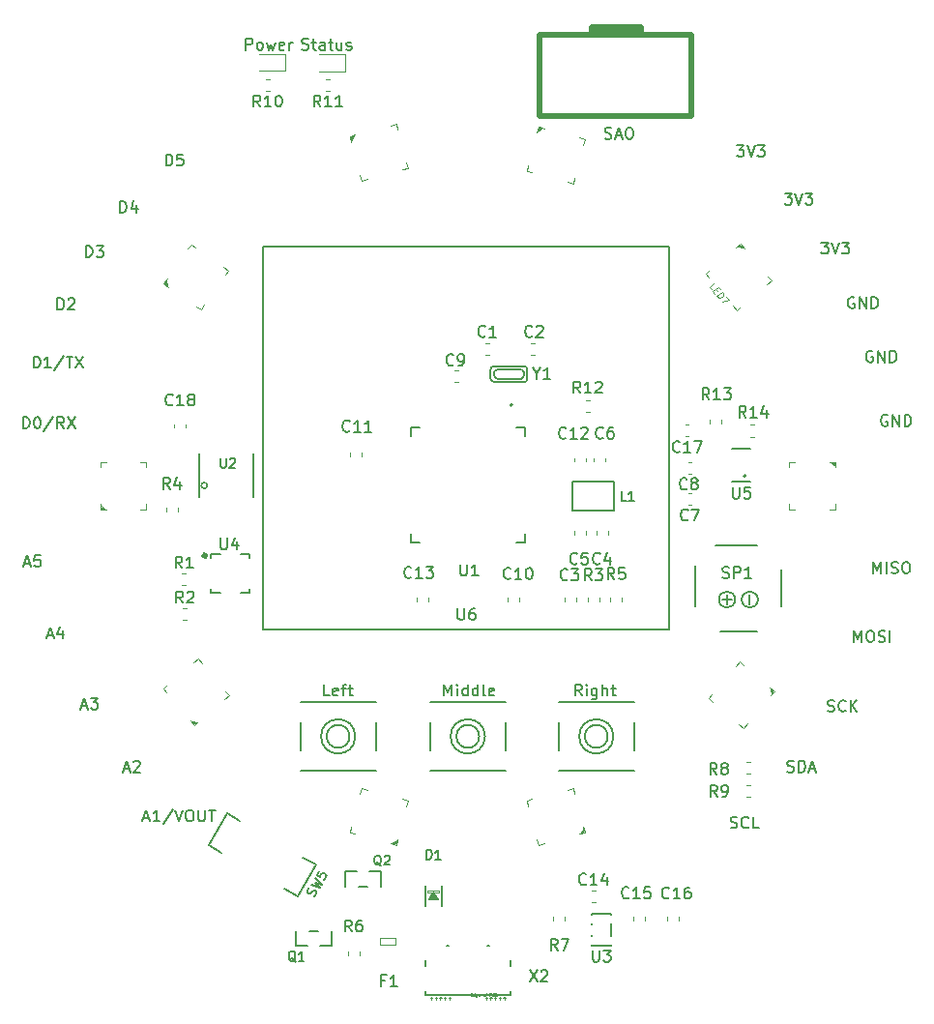
<source format=gto>
G04 #@! TF.GenerationSoftware,KiCad,Pcbnew,(5.1.4-0-10_14)*
G04 #@! TF.CreationDate,2019-11-18T16:06:03-06:00*
G04 #@! TF.ProjectId,CircuitPythonBadge v1_3,43697263-7569-4745-9079-74686f6e4261,rev?*
G04 #@! TF.SameCoordinates,Original*
G04 #@! TF.FileFunction,Legend,Top*
G04 #@! TF.FilePolarity,Positive*
%FSLAX46Y46*%
G04 Gerber Fmt 4.6, Leading zero omitted, Abs format (unit mm)*
G04 Created by KiCad (PCBNEW (5.1.4-0-10_14)) date 2019-11-18 16:06:03*
%MOMM*%
%LPD*%
G04 APERTURE LIST*
%ADD10C,0.150000*%
%ADD11C,0.125000*%
%ADD12C,0.066040*%
%ADD13C,0.203200*%
%ADD14C,0.120000*%
%ADD15C,0.152400*%
%ADD16C,0.406400*%
%ADD17C,0.127000*%
%ADD18C,0.038100*%
%ADD19C,0.200000*%
%ADD20C,0.500000*%
%ADD21C,0.025400*%
G04 APERTURE END LIST*
D10*
X123009523Y-130004761D02*
X123152380Y-130052380D01*
X123390476Y-130052380D01*
X123485714Y-130004761D01*
X123533333Y-129957142D01*
X123580952Y-129861904D01*
X123580952Y-129766666D01*
X123533333Y-129671428D01*
X123485714Y-129623809D01*
X123390476Y-129576190D01*
X123200000Y-129528571D01*
X123104761Y-129480952D01*
X123057142Y-129433333D01*
X123009523Y-129338095D01*
X123009523Y-129242857D01*
X123057142Y-129147619D01*
X123104761Y-129100000D01*
X123200000Y-129052380D01*
X123438095Y-129052380D01*
X123580952Y-129100000D01*
X124580952Y-129957142D02*
X124533333Y-130004761D01*
X124390476Y-130052380D01*
X124295238Y-130052380D01*
X124152380Y-130004761D01*
X124057142Y-129909523D01*
X124009523Y-129814285D01*
X123961904Y-129623809D01*
X123961904Y-129480952D01*
X124009523Y-129290476D01*
X124057142Y-129195238D01*
X124152380Y-129100000D01*
X124295238Y-129052380D01*
X124390476Y-129052380D01*
X124533333Y-129100000D01*
X124580952Y-129147619D01*
X125485714Y-130052380D02*
X125009523Y-130052380D01*
X125009523Y-129052380D01*
X127985714Y-125104761D02*
X128128571Y-125152380D01*
X128366666Y-125152380D01*
X128461904Y-125104761D01*
X128509523Y-125057142D01*
X128557142Y-124961904D01*
X128557142Y-124866666D01*
X128509523Y-124771428D01*
X128461904Y-124723809D01*
X128366666Y-124676190D01*
X128176190Y-124628571D01*
X128080952Y-124580952D01*
X128033333Y-124533333D01*
X127985714Y-124438095D01*
X127985714Y-124342857D01*
X128033333Y-124247619D01*
X128080952Y-124200000D01*
X128176190Y-124152380D01*
X128414285Y-124152380D01*
X128557142Y-124200000D01*
X128985714Y-125152380D02*
X128985714Y-124152380D01*
X129223809Y-124152380D01*
X129366666Y-124200000D01*
X129461904Y-124295238D01*
X129509523Y-124390476D01*
X129557142Y-124580952D01*
X129557142Y-124723809D01*
X129509523Y-124914285D01*
X129461904Y-125009523D01*
X129366666Y-125104761D01*
X129223809Y-125152380D01*
X128985714Y-125152380D01*
X129938095Y-124866666D02*
X130414285Y-124866666D01*
X129842857Y-125152380D02*
X130176190Y-124152380D01*
X130509523Y-125152380D01*
X85483333Y-61854761D02*
X85626190Y-61902380D01*
X85864285Y-61902380D01*
X85959523Y-61854761D01*
X86007142Y-61807142D01*
X86054761Y-61711904D01*
X86054761Y-61616666D01*
X86007142Y-61521428D01*
X85959523Y-61473809D01*
X85864285Y-61426190D01*
X85673809Y-61378571D01*
X85578571Y-61330952D01*
X85530952Y-61283333D01*
X85483333Y-61188095D01*
X85483333Y-61092857D01*
X85530952Y-60997619D01*
X85578571Y-60950000D01*
X85673809Y-60902380D01*
X85911904Y-60902380D01*
X86054761Y-60950000D01*
X86340476Y-61235714D02*
X86721428Y-61235714D01*
X86483333Y-60902380D02*
X86483333Y-61759523D01*
X86530952Y-61854761D01*
X86626190Y-61902380D01*
X86721428Y-61902380D01*
X87483333Y-61902380D02*
X87483333Y-61378571D01*
X87435714Y-61283333D01*
X87340476Y-61235714D01*
X87150000Y-61235714D01*
X87054761Y-61283333D01*
X87483333Y-61854761D02*
X87388095Y-61902380D01*
X87150000Y-61902380D01*
X87054761Y-61854761D01*
X87007142Y-61759523D01*
X87007142Y-61664285D01*
X87054761Y-61569047D01*
X87150000Y-61521428D01*
X87388095Y-61521428D01*
X87483333Y-61473809D01*
X87816666Y-61235714D02*
X88197619Y-61235714D01*
X87959523Y-60902380D02*
X87959523Y-61759523D01*
X88007142Y-61854761D01*
X88102380Y-61902380D01*
X88197619Y-61902380D01*
X88959523Y-61235714D02*
X88959523Y-61902380D01*
X88530952Y-61235714D02*
X88530952Y-61759523D01*
X88578571Y-61854761D01*
X88673809Y-61902380D01*
X88816666Y-61902380D01*
X88911904Y-61854761D01*
X88959523Y-61807142D01*
X89388095Y-61854761D02*
X89483333Y-61902380D01*
X89673809Y-61902380D01*
X89769047Y-61854761D01*
X89816666Y-61759523D01*
X89816666Y-61711904D01*
X89769047Y-61616666D01*
X89673809Y-61569047D01*
X89530952Y-61569047D01*
X89435714Y-61521428D01*
X89388095Y-61426190D01*
X89388095Y-61378571D01*
X89435714Y-61283333D01*
X89530952Y-61235714D01*
X89673809Y-61235714D01*
X89769047Y-61283333D01*
X80573809Y-61902380D02*
X80573809Y-60902380D01*
X80954761Y-60902380D01*
X81050000Y-60950000D01*
X81097619Y-60997619D01*
X81145238Y-61092857D01*
X81145238Y-61235714D01*
X81097619Y-61330952D01*
X81050000Y-61378571D01*
X80954761Y-61426190D01*
X80573809Y-61426190D01*
X81716666Y-61902380D02*
X81621428Y-61854761D01*
X81573809Y-61807142D01*
X81526190Y-61711904D01*
X81526190Y-61426190D01*
X81573809Y-61330952D01*
X81621428Y-61283333D01*
X81716666Y-61235714D01*
X81859523Y-61235714D01*
X81954761Y-61283333D01*
X82002380Y-61330952D01*
X82050000Y-61426190D01*
X82050000Y-61711904D01*
X82002380Y-61807142D01*
X81954761Y-61854761D01*
X81859523Y-61902380D01*
X81716666Y-61902380D01*
X82383333Y-61235714D02*
X82573809Y-61902380D01*
X82764285Y-61426190D01*
X82954761Y-61902380D01*
X83145238Y-61235714D01*
X83907142Y-61854761D02*
X83811904Y-61902380D01*
X83621428Y-61902380D01*
X83526190Y-61854761D01*
X83478571Y-61759523D01*
X83478571Y-61378571D01*
X83526190Y-61283333D01*
X83621428Y-61235714D01*
X83811904Y-61235714D01*
X83907142Y-61283333D01*
X83954761Y-61378571D01*
X83954761Y-61473809D01*
X83478571Y-61569047D01*
X84383333Y-61902380D02*
X84383333Y-61235714D01*
X84383333Y-61426190D02*
X84430952Y-61330952D01*
X84478571Y-61283333D01*
X84573809Y-61235714D01*
X84669047Y-61235714D01*
X109980952Y-118452380D02*
X109647619Y-117976190D01*
X109409523Y-118452380D02*
X109409523Y-117452380D01*
X109790476Y-117452380D01*
X109885714Y-117500000D01*
X109933333Y-117547619D01*
X109980952Y-117642857D01*
X109980952Y-117785714D01*
X109933333Y-117880952D01*
X109885714Y-117928571D01*
X109790476Y-117976190D01*
X109409523Y-117976190D01*
X110409523Y-118452380D02*
X110409523Y-117785714D01*
X110409523Y-117452380D02*
X110361904Y-117500000D01*
X110409523Y-117547619D01*
X110457142Y-117500000D01*
X110409523Y-117452380D01*
X110409523Y-117547619D01*
X111314285Y-117785714D02*
X111314285Y-118595238D01*
X111266666Y-118690476D01*
X111219047Y-118738095D01*
X111123809Y-118785714D01*
X110980952Y-118785714D01*
X110885714Y-118738095D01*
X111314285Y-118404761D02*
X111219047Y-118452380D01*
X111028571Y-118452380D01*
X110933333Y-118404761D01*
X110885714Y-118357142D01*
X110838095Y-118261904D01*
X110838095Y-117976190D01*
X110885714Y-117880952D01*
X110933333Y-117833333D01*
X111028571Y-117785714D01*
X111219047Y-117785714D01*
X111314285Y-117833333D01*
X111790476Y-118452380D02*
X111790476Y-117452380D01*
X112219047Y-118452380D02*
X112219047Y-117928571D01*
X112171428Y-117833333D01*
X112076190Y-117785714D01*
X111933333Y-117785714D01*
X111838095Y-117833333D01*
X111790476Y-117880952D01*
X112552380Y-117785714D02*
X112933333Y-117785714D01*
X112695238Y-117452380D02*
X112695238Y-118309523D01*
X112742857Y-118404761D01*
X112838095Y-118452380D01*
X112933333Y-118452380D01*
X97933333Y-118452380D02*
X97933333Y-117452380D01*
X98266666Y-118166666D01*
X98600000Y-117452380D01*
X98600000Y-118452380D01*
X99076190Y-118452380D02*
X99076190Y-117785714D01*
X99076190Y-117452380D02*
X99028571Y-117500000D01*
X99076190Y-117547619D01*
X99123809Y-117500000D01*
X99076190Y-117452380D01*
X99076190Y-117547619D01*
X99980952Y-118452380D02*
X99980952Y-117452380D01*
X99980952Y-118404761D02*
X99885714Y-118452380D01*
X99695238Y-118452380D01*
X99600000Y-118404761D01*
X99552380Y-118357142D01*
X99504761Y-118261904D01*
X99504761Y-117976190D01*
X99552380Y-117880952D01*
X99600000Y-117833333D01*
X99695238Y-117785714D01*
X99885714Y-117785714D01*
X99980952Y-117833333D01*
X100885714Y-118452380D02*
X100885714Y-117452380D01*
X100885714Y-118404761D02*
X100790476Y-118452380D01*
X100600000Y-118452380D01*
X100504761Y-118404761D01*
X100457142Y-118357142D01*
X100409523Y-118261904D01*
X100409523Y-117976190D01*
X100457142Y-117880952D01*
X100504761Y-117833333D01*
X100600000Y-117785714D01*
X100790476Y-117785714D01*
X100885714Y-117833333D01*
X101504761Y-118452380D02*
X101409523Y-118404761D01*
X101361904Y-118309523D01*
X101361904Y-117452380D01*
X102266666Y-118404761D02*
X102171428Y-118452380D01*
X101980952Y-118452380D01*
X101885714Y-118404761D01*
X101838095Y-118309523D01*
X101838095Y-117928571D01*
X101885714Y-117833333D01*
X101980952Y-117785714D01*
X102171428Y-117785714D01*
X102266666Y-117833333D01*
X102314285Y-117928571D01*
X102314285Y-118023809D01*
X101838095Y-118119047D01*
X87909523Y-118452380D02*
X87433333Y-118452380D01*
X87433333Y-117452380D01*
X88623809Y-118404761D02*
X88528571Y-118452380D01*
X88338095Y-118452380D01*
X88242857Y-118404761D01*
X88195238Y-118309523D01*
X88195238Y-117928571D01*
X88242857Y-117833333D01*
X88338095Y-117785714D01*
X88528571Y-117785714D01*
X88623809Y-117833333D01*
X88671428Y-117928571D01*
X88671428Y-118023809D01*
X88195238Y-118119047D01*
X88957142Y-117785714D02*
X89338095Y-117785714D01*
X89100000Y-118452380D02*
X89100000Y-117595238D01*
X89147619Y-117500000D01*
X89242857Y-117452380D01*
X89338095Y-117452380D01*
X89528571Y-117785714D02*
X89909523Y-117785714D01*
X89671428Y-117452380D02*
X89671428Y-118309523D01*
X89719047Y-118404761D01*
X89814285Y-118452380D01*
X89909523Y-118452380D01*
X112011904Y-69654761D02*
X112154761Y-69702380D01*
X112392857Y-69702380D01*
X112488095Y-69654761D01*
X112535714Y-69607142D01*
X112583333Y-69511904D01*
X112583333Y-69416666D01*
X112535714Y-69321428D01*
X112488095Y-69273809D01*
X112392857Y-69226190D01*
X112202380Y-69178571D01*
X112107142Y-69130952D01*
X112059523Y-69083333D01*
X112011904Y-68988095D01*
X112011904Y-68892857D01*
X112059523Y-68797619D01*
X112107142Y-68750000D01*
X112202380Y-68702380D01*
X112440476Y-68702380D01*
X112583333Y-68750000D01*
X112964285Y-69416666D02*
X113440476Y-69416666D01*
X112869047Y-69702380D02*
X113202380Y-68702380D01*
X113535714Y-69702380D01*
X114059523Y-68702380D02*
X114250000Y-68702380D01*
X114345238Y-68750000D01*
X114440476Y-68845238D01*
X114488095Y-69035714D01*
X114488095Y-69369047D01*
X114440476Y-69559523D01*
X114345238Y-69654761D01*
X114250000Y-69702380D01*
X114059523Y-69702380D01*
X113964285Y-69654761D01*
X113869047Y-69559523D01*
X113821428Y-69369047D01*
X113821428Y-69035714D01*
X113869047Y-68845238D01*
X113964285Y-68750000D01*
X114059523Y-68702380D01*
X71604761Y-129166666D02*
X72080952Y-129166666D01*
X71509523Y-129452380D02*
X71842857Y-128452380D01*
X72176190Y-129452380D01*
X73033333Y-129452380D02*
X72461904Y-129452380D01*
X72747619Y-129452380D02*
X72747619Y-128452380D01*
X72652380Y-128595238D01*
X72557142Y-128690476D01*
X72461904Y-128738095D01*
X74176190Y-128404761D02*
X73319047Y-129690476D01*
X74366666Y-128452380D02*
X74700000Y-129452380D01*
X75033333Y-128452380D01*
X75557142Y-128452380D02*
X75747619Y-128452380D01*
X75842857Y-128500000D01*
X75938095Y-128595238D01*
X75985714Y-128785714D01*
X75985714Y-129119047D01*
X75938095Y-129309523D01*
X75842857Y-129404761D01*
X75747619Y-129452380D01*
X75557142Y-129452380D01*
X75461904Y-129404761D01*
X75366666Y-129309523D01*
X75319047Y-129119047D01*
X75319047Y-128785714D01*
X75366666Y-128595238D01*
X75461904Y-128500000D01*
X75557142Y-128452380D01*
X76414285Y-128452380D02*
X76414285Y-129261904D01*
X76461904Y-129357142D01*
X76509523Y-129404761D01*
X76604761Y-129452380D01*
X76795238Y-129452380D01*
X76890476Y-129404761D01*
X76938095Y-129357142D01*
X76985714Y-129261904D01*
X76985714Y-128452380D01*
X77319047Y-128452380D02*
X77890476Y-128452380D01*
X77604761Y-129452380D02*
X77604761Y-128452380D01*
X69885714Y-124866666D02*
X70361904Y-124866666D01*
X69790476Y-125152380D02*
X70123809Y-124152380D01*
X70457142Y-125152380D01*
X70742857Y-124247619D02*
X70790476Y-124200000D01*
X70885714Y-124152380D01*
X71123809Y-124152380D01*
X71219047Y-124200000D01*
X71266666Y-124247619D01*
X71314285Y-124342857D01*
X71314285Y-124438095D01*
X71266666Y-124580952D01*
X70695238Y-125152380D01*
X71314285Y-125152380D01*
X66185714Y-119366666D02*
X66661904Y-119366666D01*
X66090476Y-119652380D02*
X66423809Y-118652380D01*
X66757142Y-119652380D01*
X66995238Y-118652380D02*
X67614285Y-118652380D01*
X67280952Y-119033333D01*
X67423809Y-119033333D01*
X67519047Y-119080952D01*
X67566666Y-119128571D01*
X67614285Y-119223809D01*
X67614285Y-119461904D01*
X67566666Y-119557142D01*
X67519047Y-119604761D01*
X67423809Y-119652380D01*
X67138095Y-119652380D01*
X67042857Y-119604761D01*
X66995238Y-119557142D01*
X63185714Y-113166666D02*
X63661904Y-113166666D01*
X63090476Y-113452380D02*
X63423809Y-112452380D01*
X63757142Y-113452380D01*
X64519047Y-112785714D02*
X64519047Y-113452380D01*
X64280952Y-112404761D02*
X64042857Y-113119047D01*
X64661904Y-113119047D01*
X61185714Y-106866666D02*
X61661904Y-106866666D01*
X61090476Y-107152380D02*
X61423809Y-106152380D01*
X61757142Y-107152380D01*
X62566666Y-106152380D02*
X62090476Y-106152380D01*
X62042857Y-106628571D01*
X62090476Y-106580952D01*
X62185714Y-106533333D01*
X62423809Y-106533333D01*
X62519047Y-106580952D01*
X62566666Y-106628571D01*
X62614285Y-106723809D01*
X62614285Y-106961904D01*
X62566666Y-107057142D01*
X62519047Y-107104761D01*
X62423809Y-107152380D01*
X62185714Y-107152380D01*
X62090476Y-107104761D01*
X62042857Y-107057142D01*
X69561904Y-76152380D02*
X69561904Y-75152380D01*
X69800000Y-75152380D01*
X69942857Y-75200000D01*
X70038095Y-75295238D01*
X70085714Y-75390476D01*
X70133333Y-75580952D01*
X70133333Y-75723809D01*
X70085714Y-75914285D01*
X70038095Y-76009523D01*
X69942857Y-76104761D01*
X69800000Y-76152380D01*
X69561904Y-76152380D01*
X70990476Y-75485714D02*
X70990476Y-76152380D01*
X70752380Y-75104761D02*
X70514285Y-75819047D01*
X71133333Y-75819047D01*
X61061904Y-95052380D02*
X61061904Y-94052380D01*
X61300000Y-94052380D01*
X61442857Y-94100000D01*
X61538095Y-94195238D01*
X61585714Y-94290476D01*
X61633333Y-94480952D01*
X61633333Y-94623809D01*
X61585714Y-94814285D01*
X61538095Y-94909523D01*
X61442857Y-95004761D01*
X61300000Y-95052380D01*
X61061904Y-95052380D01*
X62252380Y-94052380D02*
X62347619Y-94052380D01*
X62442857Y-94100000D01*
X62490476Y-94147619D01*
X62538095Y-94242857D01*
X62585714Y-94433333D01*
X62585714Y-94671428D01*
X62538095Y-94861904D01*
X62490476Y-94957142D01*
X62442857Y-95004761D01*
X62347619Y-95052380D01*
X62252380Y-95052380D01*
X62157142Y-95004761D01*
X62109523Y-94957142D01*
X62061904Y-94861904D01*
X62014285Y-94671428D01*
X62014285Y-94433333D01*
X62061904Y-94242857D01*
X62109523Y-94147619D01*
X62157142Y-94100000D01*
X62252380Y-94052380D01*
X63728571Y-94004761D02*
X62871428Y-95290476D01*
X64633333Y-95052380D02*
X64300000Y-94576190D01*
X64061904Y-95052380D02*
X64061904Y-94052380D01*
X64442857Y-94052380D01*
X64538095Y-94100000D01*
X64585714Y-94147619D01*
X64633333Y-94242857D01*
X64633333Y-94385714D01*
X64585714Y-94480952D01*
X64538095Y-94528571D01*
X64442857Y-94576190D01*
X64061904Y-94576190D01*
X64966666Y-94052380D02*
X65633333Y-95052380D01*
X65633333Y-94052380D02*
X64966666Y-95052380D01*
X61980952Y-89752380D02*
X61980952Y-88752380D01*
X62219047Y-88752380D01*
X62361904Y-88800000D01*
X62457142Y-88895238D01*
X62504761Y-88990476D01*
X62552380Y-89180952D01*
X62552380Y-89323809D01*
X62504761Y-89514285D01*
X62457142Y-89609523D01*
X62361904Y-89704761D01*
X62219047Y-89752380D01*
X61980952Y-89752380D01*
X63504761Y-89752380D02*
X62933333Y-89752380D01*
X63219047Y-89752380D02*
X63219047Y-88752380D01*
X63123809Y-88895238D01*
X63028571Y-88990476D01*
X62933333Y-89038095D01*
X64647619Y-88704761D02*
X63790476Y-89990476D01*
X64838095Y-88752380D02*
X65409523Y-88752380D01*
X65123809Y-89752380D02*
X65123809Y-88752380D01*
X65647619Y-88752380D02*
X66314285Y-89752380D01*
X66314285Y-88752380D02*
X65647619Y-89752380D01*
X64061904Y-84652380D02*
X64061904Y-83652380D01*
X64300000Y-83652380D01*
X64442857Y-83700000D01*
X64538095Y-83795238D01*
X64585714Y-83890476D01*
X64633333Y-84080952D01*
X64633333Y-84223809D01*
X64585714Y-84414285D01*
X64538095Y-84509523D01*
X64442857Y-84604761D01*
X64300000Y-84652380D01*
X64061904Y-84652380D01*
X65014285Y-83747619D02*
X65061904Y-83700000D01*
X65157142Y-83652380D01*
X65395238Y-83652380D01*
X65490476Y-83700000D01*
X65538095Y-83747619D01*
X65585714Y-83842857D01*
X65585714Y-83938095D01*
X65538095Y-84080952D01*
X64966666Y-84652380D01*
X65585714Y-84652380D01*
X66561904Y-80052380D02*
X66561904Y-79052380D01*
X66800000Y-79052380D01*
X66942857Y-79100000D01*
X67038095Y-79195238D01*
X67085714Y-79290476D01*
X67133333Y-79480952D01*
X67133333Y-79623809D01*
X67085714Y-79814285D01*
X67038095Y-79909523D01*
X66942857Y-80004761D01*
X66800000Y-80052380D01*
X66561904Y-80052380D01*
X67466666Y-79052380D02*
X68085714Y-79052380D01*
X67752380Y-79433333D01*
X67895238Y-79433333D01*
X67990476Y-79480952D01*
X68038095Y-79528571D01*
X68085714Y-79623809D01*
X68085714Y-79861904D01*
X68038095Y-79957142D01*
X67990476Y-80004761D01*
X67895238Y-80052380D01*
X67609523Y-80052380D01*
X67514285Y-80004761D01*
X67466666Y-79957142D01*
X73561904Y-72052380D02*
X73561904Y-71052380D01*
X73800000Y-71052380D01*
X73942857Y-71100000D01*
X74038095Y-71195238D01*
X74085714Y-71290476D01*
X74133333Y-71480952D01*
X74133333Y-71623809D01*
X74085714Y-71814285D01*
X74038095Y-71909523D01*
X73942857Y-72004761D01*
X73800000Y-72052380D01*
X73561904Y-72052380D01*
X75038095Y-71052380D02*
X74561904Y-71052380D01*
X74514285Y-71528571D01*
X74561904Y-71480952D01*
X74657142Y-71433333D01*
X74895238Y-71433333D01*
X74990476Y-71480952D01*
X75038095Y-71528571D01*
X75085714Y-71623809D01*
X75085714Y-71861904D01*
X75038095Y-71957142D01*
X74990476Y-72004761D01*
X74895238Y-72052380D01*
X74657142Y-72052380D01*
X74561904Y-72004761D01*
X74514285Y-71957142D01*
X131514285Y-119804761D02*
X131657142Y-119852380D01*
X131895238Y-119852380D01*
X131990476Y-119804761D01*
X132038095Y-119757142D01*
X132085714Y-119661904D01*
X132085714Y-119566666D01*
X132038095Y-119471428D01*
X131990476Y-119423809D01*
X131895238Y-119376190D01*
X131704761Y-119328571D01*
X131609523Y-119280952D01*
X131561904Y-119233333D01*
X131514285Y-119138095D01*
X131514285Y-119042857D01*
X131561904Y-118947619D01*
X131609523Y-118900000D01*
X131704761Y-118852380D01*
X131942857Y-118852380D01*
X132085714Y-118900000D01*
X133085714Y-119757142D02*
X133038095Y-119804761D01*
X132895238Y-119852380D01*
X132800000Y-119852380D01*
X132657142Y-119804761D01*
X132561904Y-119709523D01*
X132514285Y-119614285D01*
X132466666Y-119423809D01*
X132466666Y-119280952D01*
X132514285Y-119090476D01*
X132561904Y-118995238D01*
X132657142Y-118900000D01*
X132800000Y-118852380D01*
X132895238Y-118852380D01*
X133038095Y-118900000D01*
X133085714Y-118947619D01*
X133514285Y-119852380D02*
X133514285Y-118852380D01*
X134085714Y-119852380D02*
X133657142Y-119280952D01*
X134085714Y-118852380D02*
X133514285Y-119423809D01*
X133828571Y-113752380D02*
X133828571Y-112752380D01*
X134161904Y-113466666D01*
X134495238Y-112752380D01*
X134495238Y-113752380D01*
X135161904Y-112752380D02*
X135352380Y-112752380D01*
X135447619Y-112800000D01*
X135542857Y-112895238D01*
X135590476Y-113085714D01*
X135590476Y-113419047D01*
X135542857Y-113609523D01*
X135447619Y-113704761D01*
X135352380Y-113752380D01*
X135161904Y-113752380D01*
X135066666Y-113704761D01*
X134971428Y-113609523D01*
X134923809Y-113419047D01*
X134923809Y-113085714D01*
X134971428Y-112895238D01*
X135066666Y-112800000D01*
X135161904Y-112752380D01*
X135971428Y-113704761D02*
X136114285Y-113752380D01*
X136352380Y-113752380D01*
X136447619Y-113704761D01*
X136495238Y-113657142D01*
X136542857Y-113561904D01*
X136542857Y-113466666D01*
X136495238Y-113371428D01*
X136447619Y-113323809D01*
X136352380Y-113276190D01*
X136161904Y-113228571D01*
X136066666Y-113180952D01*
X136019047Y-113133333D01*
X135971428Y-113038095D01*
X135971428Y-112942857D01*
X136019047Y-112847619D01*
X136066666Y-112800000D01*
X136161904Y-112752380D01*
X136400000Y-112752380D01*
X136542857Y-112800000D01*
X136971428Y-113752380D02*
X136971428Y-112752380D01*
X135528571Y-107752380D02*
X135528571Y-106752380D01*
X135861904Y-107466666D01*
X136195238Y-106752380D01*
X136195238Y-107752380D01*
X136671428Y-107752380D02*
X136671428Y-106752380D01*
X137100000Y-107704761D02*
X137242857Y-107752380D01*
X137480952Y-107752380D01*
X137576190Y-107704761D01*
X137623809Y-107657142D01*
X137671428Y-107561904D01*
X137671428Y-107466666D01*
X137623809Y-107371428D01*
X137576190Y-107323809D01*
X137480952Y-107276190D01*
X137290476Y-107228571D01*
X137195238Y-107180952D01*
X137147619Y-107133333D01*
X137100000Y-107038095D01*
X137100000Y-106942857D01*
X137147619Y-106847619D01*
X137195238Y-106800000D01*
X137290476Y-106752380D01*
X137528571Y-106752380D01*
X137671428Y-106800000D01*
X138290476Y-106752380D02*
X138480952Y-106752380D01*
X138576190Y-106800000D01*
X138671428Y-106895238D01*
X138719047Y-107085714D01*
X138719047Y-107419047D01*
X138671428Y-107609523D01*
X138576190Y-107704761D01*
X138480952Y-107752380D01*
X138290476Y-107752380D01*
X138195238Y-107704761D01*
X138100000Y-107609523D01*
X138052380Y-107419047D01*
X138052380Y-107085714D01*
X138100000Y-106895238D01*
X138195238Y-106800000D01*
X138290476Y-106752380D01*
X136738095Y-93900000D02*
X136642857Y-93852380D01*
X136500000Y-93852380D01*
X136357142Y-93900000D01*
X136261904Y-93995238D01*
X136214285Y-94090476D01*
X136166666Y-94280952D01*
X136166666Y-94423809D01*
X136214285Y-94614285D01*
X136261904Y-94709523D01*
X136357142Y-94804761D01*
X136500000Y-94852380D01*
X136595238Y-94852380D01*
X136738095Y-94804761D01*
X136785714Y-94757142D01*
X136785714Y-94423809D01*
X136595238Y-94423809D01*
X137214285Y-94852380D02*
X137214285Y-93852380D01*
X137785714Y-94852380D01*
X137785714Y-93852380D01*
X138261904Y-94852380D02*
X138261904Y-93852380D01*
X138500000Y-93852380D01*
X138642857Y-93900000D01*
X138738095Y-93995238D01*
X138785714Y-94090476D01*
X138833333Y-94280952D01*
X138833333Y-94423809D01*
X138785714Y-94614285D01*
X138738095Y-94709523D01*
X138642857Y-94804761D01*
X138500000Y-94852380D01*
X138261904Y-94852380D01*
X135438095Y-88300000D02*
X135342857Y-88252380D01*
X135200000Y-88252380D01*
X135057142Y-88300000D01*
X134961904Y-88395238D01*
X134914285Y-88490476D01*
X134866666Y-88680952D01*
X134866666Y-88823809D01*
X134914285Y-89014285D01*
X134961904Y-89109523D01*
X135057142Y-89204761D01*
X135200000Y-89252380D01*
X135295238Y-89252380D01*
X135438095Y-89204761D01*
X135485714Y-89157142D01*
X135485714Y-88823809D01*
X135295238Y-88823809D01*
X135914285Y-89252380D02*
X135914285Y-88252380D01*
X136485714Y-89252380D01*
X136485714Y-88252380D01*
X136961904Y-89252380D02*
X136961904Y-88252380D01*
X137200000Y-88252380D01*
X137342857Y-88300000D01*
X137438095Y-88395238D01*
X137485714Y-88490476D01*
X137533333Y-88680952D01*
X137533333Y-88823809D01*
X137485714Y-89014285D01*
X137438095Y-89109523D01*
X137342857Y-89204761D01*
X137200000Y-89252380D01*
X136961904Y-89252380D01*
X133838095Y-83600000D02*
X133742857Y-83552380D01*
X133600000Y-83552380D01*
X133457142Y-83600000D01*
X133361904Y-83695238D01*
X133314285Y-83790476D01*
X133266666Y-83980952D01*
X133266666Y-84123809D01*
X133314285Y-84314285D01*
X133361904Y-84409523D01*
X133457142Y-84504761D01*
X133600000Y-84552380D01*
X133695238Y-84552380D01*
X133838095Y-84504761D01*
X133885714Y-84457142D01*
X133885714Y-84123809D01*
X133695238Y-84123809D01*
X134314285Y-84552380D02*
X134314285Y-83552380D01*
X134885714Y-84552380D01*
X134885714Y-83552380D01*
X135361904Y-84552380D02*
X135361904Y-83552380D01*
X135600000Y-83552380D01*
X135742857Y-83600000D01*
X135838095Y-83695238D01*
X135885714Y-83790476D01*
X135933333Y-83980952D01*
X135933333Y-84123809D01*
X135885714Y-84314285D01*
X135838095Y-84409523D01*
X135742857Y-84504761D01*
X135600000Y-84552380D01*
X135361904Y-84552380D01*
X130961904Y-78752380D02*
X131580952Y-78752380D01*
X131247619Y-79133333D01*
X131390476Y-79133333D01*
X131485714Y-79180952D01*
X131533333Y-79228571D01*
X131580952Y-79323809D01*
X131580952Y-79561904D01*
X131533333Y-79657142D01*
X131485714Y-79704761D01*
X131390476Y-79752380D01*
X131104761Y-79752380D01*
X131009523Y-79704761D01*
X130961904Y-79657142D01*
X131866666Y-78752380D02*
X132200000Y-79752380D01*
X132533333Y-78752380D01*
X132771428Y-78752380D02*
X133390476Y-78752380D01*
X133057142Y-79133333D01*
X133200000Y-79133333D01*
X133295238Y-79180952D01*
X133342857Y-79228571D01*
X133390476Y-79323809D01*
X133390476Y-79561904D01*
X133342857Y-79657142D01*
X133295238Y-79704761D01*
X133200000Y-79752380D01*
X132914285Y-79752380D01*
X132819047Y-79704761D01*
X132771428Y-79657142D01*
X127761904Y-74452380D02*
X128380952Y-74452380D01*
X128047619Y-74833333D01*
X128190476Y-74833333D01*
X128285714Y-74880952D01*
X128333333Y-74928571D01*
X128380952Y-75023809D01*
X128380952Y-75261904D01*
X128333333Y-75357142D01*
X128285714Y-75404761D01*
X128190476Y-75452380D01*
X127904761Y-75452380D01*
X127809523Y-75404761D01*
X127761904Y-75357142D01*
X128666666Y-74452380D02*
X129000000Y-75452380D01*
X129333333Y-74452380D01*
X129571428Y-74452380D02*
X130190476Y-74452380D01*
X129857142Y-74833333D01*
X130000000Y-74833333D01*
X130095238Y-74880952D01*
X130142857Y-74928571D01*
X130190476Y-75023809D01*
X130190476Y-75261904D01*
X130142857Y-75357142D01*
X130095238Y-75404761D01*
X130000000Y-75452380D01*
X129714285Y-75452380D01*
X129619047Y-75404761D01*
X129571428Y-75357142D01*
X123561904Y-70252380D02*
X124180952Y-70252380D01*
X123847619Y-70633333D01*
X123990476Y-70633333D01*
X124085714Y-70680952D01*
X124133333Y-70728571D01*
X124180952Y-70823809D01*
X124180952Y-71061904D01*
X124133333Y-71157142D01*
X124085714Y-71204761D01*
X123990476Y-71252380D01*
X123704761Y-71252380D01*
X123609523Y-71204761D01*
X123561904Y-71157142D01*
X124466666Y-70252380D02*
X124800000Y-71252380D01*
X125133333Y-70252380D01*
X125371428Y-70252380D02*
X125990476Y-70252380D01*
X125657142Y-70633333D01*
X125800000Y-70633333D01*
X125895238Y-70680952D01*
X125942857Y-70728571D01*
X125990476Y-70823809D01*
X125990476Y-71061904D01*
X125942857Y-71157142D01*
X125895238Y-71204761D01*
X125800000Y-71252380D01*
X125514285Y-71252380D01*
X125419047Y-71204761D01*
X125371428Y-71157142D01*
D11*
X106133430Y-68837814D02*
X106378379Y-68696392D01*
X106107548Y-68934406D02*
X106474972Y-68722274D01*
X106081666Y-69030999D02*
X106185194Y-68644628D01*
X106185194Y-68644628D02*
X106571564Y-68748156D01*
X106571564Y-68748156D02*
X106081666Y-69030999D01*
X110242082Y-69731668D02*
X109759119Y-69602259D01*
X110242082Y-69731668D02*
X110112673Y-70214631D01*
X106185194Y-68644628D02*
X106668157Y-68774038D01*
X106185194Y-68644628D02*
X106055784Y-69127591D01*
X105149918Y-72508332D02*
X105632881Y-72637741D01*
X105149918Y-72508332D02*
X105279327Y-72025369D01*
X109206806Y-73595372D02*
X109336216Y-73112409D01*
X109206806Y-73595372D02*
X108723843Y-73465962D01*
X93764570Y-131314186D02*
X93519621Y-131455608D01*
X93790452Y-131217594D02*
X93423028Y-131429726D01*
X93816334Y-131121001D02*
X93712806Y-131507372D01*
X93712806Y-131507372D02*
X93326436Y-131403844D01*
X93326436Y-131403844D02*
X93816334Y-131121001D01*
X89655918Y-130420332D02*
X90138881Y-130549741D01*
X89655918Y-130420332D02*
X89785327Y-129937369D01*
X93712806Y-131507372D02*
X93229843Y-131377962D01*
X93712806Y-131507372D02*
X93842216Y-131024409D01*
X94748082Y-127643668D02*
X94265119Y-127514259D01*
X94748082Y-127643668D02*
X94618673Y-128126631D01*
X90691194Y-126556628D02*
X90561784Y-127039591D01*
X90691194Y-126556628D02*
X91174157Y-126686038D01*
X123727026Y-79022289D02*
X124008792Y-79046940D01*
X123650422Y-79086568D02*
X124073071Y-79123545D01*
X123573817Y-79150846D02*
X123880235Y-78893731D01*
X123880235Y-78893731D02*
X124137350Y-79200149D01*
X124137350Y-79200149D02*
X123573817Y-79150846D01*
X126579943Y-82111118D02*
X126258549Y-81728096D01*
X126579943Y-82111118D02*
X126196921Y-82432512D01*
X123880235Y-78893731D02*
X124201629Y-79276754D01*
X123880235Y-78893731D02*
X123497213Y-79215125D01*
X120816057Y-81464882D02*
X121137451Y-81847904D01*
X120816057Y-81464882D02*
X121199079Y-81143488D01*
X123515765Y-84682269D02*
X123898787Y-84360875D01*
X123515765Y-84682269D02*
X123194371Y-84299246D01*
X76170974Y-120875711D02*
X75889208Y-120851060D01*
X76247578Y-120811432D02*
X75824929Y-120774455D01*
X76324183Y-120747154D02*
X76017765Y-121004269D01*
X76017765Y-121004269D02*
X75760650Y-120697851D01*
X75760650Y-120697851D02*
X76324183Y-120747154D01*
X73318057Y-117786882D02*
X73639451Y-118169904D01*
X73318057Y-117786882D02*
X73701079Y-117465488D01*
X76017765Y-121004269D02*
X75696371Y-120621246D01*
X76017765Y-121004269D02*
X76400787Y-120682875D01*
X79081943Y-118433118D02*
X78760549Y-118050096D01*
X79081943Y-118433118D02*
X78698921Y-118754512D01*
X76382235Y-115215731D02*
X75999213Y-115537125D01*
X76382235Y-115215731D02*
X76703629Y-115598754D01*
X68050000Y-102176000D02*
X67850000Y-101976000D01*
X68150000Y-102176000D02*
X67850000Y-101876000D01*
X68250000Y-102176000D02*
X67850000Y-102176000D01*
X67850000Y-102176000D02*
X67850000Y-101776000D01*
X67850000Y-101776000D02*
X68250000Y-102176000D01*
X67850000Y-97976000D02*
X67850000Y-98476000D01*
X67850000Y-97976000D02*
X68350000Y-97976000D01*
X67850000Y-102176000D02*
X67850000Y-101676000D01*
X67850000Y-102176000D02*
X68350000Y-102176000D01*
X71850000Y-102176000D02*
X71850000Y-101676000D01*
X71850000Y-102176000D02*
X71350000Y-102176000D01*
X71850000Y-97976000D02*
X71350000Y-97976000D01*
X71850000Y-97976000D02*
X71850000Y-98476000D01*
X126680734Y-117912324D02*
X126705385Y-118194091D01*
X126604130Y-117848046D02*
X126641107Y-118270695D01*
X126527525Y-117783767D02*
X126833943Y-118040882D01*
X126833943Y-118040882D02*
X126576828Y-118347300D01*
X126576828Y-118347300D02*
X126527525Y-117783767D01*
X124134235Y-121258269D02*
X124455629Y-120875246D01*
X124134235Y-121258269D02*
X123751213Y-120936875D01*
X126833943Y-118040882D02*
X126512549Y-118423904D01*
X126833943Y-118040882D02*
X126450921Y-117719488D01*
X123769765Y-115469731D02*
X123448371Y-115852754D01*
X123769765Y-115469731D02*
X124152787Y-115791125D01*
X121070057Y-118687118D02*
X121453079Y-119008512D01*
X121070057Y-118687118D02*
X121391451Y-118304096D01*
X73521016Y-82475782D02*
X73471901Y-82197236D01*
X73602931Y-82533139D02*
X73529258Y-82115321D01*
X73684846Y-82590497D02*
X73357185Y-82361066D01*
X73357185Y-82361066D02*
X73586616Y-82033406D01*
X73586616Y-82033406D02*
X73684846Y-82590497D01*
X75766206Y-78920628D02*
X75479418Y-79330204D01*
X75766206Y-78920628D02*
X76175782Y-79207416D01*
X73357185Y-82361066D02*
X73643974Y-81951490D01*
X73357185Y-82361066D02*
X73766761Y-82647855D01*
X76633794Y-84655372D02*
X76920582Y-84245796D01*
X76633794Y-84655372D02*
X76224218Y-84368584D01*
X79042815Y-81214934D02*
X78633239Y-80928145D01*
X79042815Y-81214934D02*
X78756026Y-81624510D01*
X110190319Y-130227146D02*
X110048897Y-130472095D01*
X110164437Y-130130554D02*
X109952305Y-130497977D01*
X110138555Y-130033961D02*
X110242082Y-130420332D01*
X110242082Y-130420332D02*
X109855712Y-130523859D01*
X109855712Y-130523859D02*
X110138555Y-130033961D01*
X106185194Y-131507372D02*
X106668157Y-131377962D01*
X106185194Y-131507372D02*
X106055784Y-131024409D01*
X110242082Y-130420332D02*
X109759119Y-130549741D01*
X110242082Y-130420332D02*
X110112673Y-129937369D01*
X109206806Y-126556628D02*
X108723843Y-126686038D01*
X109206806Y-126556628D02*
X109336216Y-127039591D01*
X105149918Y-127643668D02*
X105279327Y-128126631D01*
X105149918Y-127643668D02*
X105632881Y-127514259D01*
X89707681Y-69670854D02*
X89849103Y-69425905D01*
X89733563Y-69767446D02*
X89945695Y-69400023D01*
X89759445Y-69864039D02*
X89655918Y-69477668D01*
X89655918Y-69477668D02*
X90042288Y-69374141D01*
X90042288Y-69374141D02*
X89759445Y-69864039D01*
X93712806Y-68390628D02*
X93229843Y-68520038D01*
X93712806Y-68390628D02*
X93842216Y-68873591D01*
X89655918Y-69477668D02*
X90138881Y-69348259D01*
X89655918Y-69477668D02*
X89785327Y-69960631D01*
X90691194Y-73341372D02*
X91174157Y-73211962D01*
X90691194Y-73341372D02*
X90561784Y-72858409D01*
X94748082Y-72254332D02*
X94618673Y-71771369D01*
X94748082Y-72254332D02*
X94265119Y-72383741D01*
D12*
X93698500Y-140299720D02*
X93698500Y-139700280D01*
X93698500Y-139700280D02*
X92301500Y-139700280D01*
X92301500Y-140299720D02*
X92301500Y-139700280D01*
X93698500Y-140299720D02*
X92301500Y-140299720D01*
D13*
X77305493Y-131534444D02*
X78903153Y-128767216D01*
X86694507Y-133265556D02*
X85096847Y-136032784D01*
X80029402Y-129417456D02*
X78903153Y-128767216D01*
X78431742Y-132184684D02*
X77305493Y-131534444D01*
X83970598Y-135382544D02*
X85096847Y-136032784D01*
X85568258Y-132615316D02*
X86694507Y-133265556D01*
D14*
X101549221Y-87590000D02*
X101874779Y-87590000D01*
X101549221Y-88610000D02*
X101874779Y-88610000D01*
X105862779Y-87590000D02*
X105537221Y-87590000D01*
X105862779Y-88610000D02*
X105537221Y-88610000D01*
X109510000Y-109837221D02*
X109510000Y-110162779D01*
X108490000Y-109837221D02*
X108490000Y-110162779D01*
X112260000Y-104037221D02*
X112260000Y-104362779D01*
X111240000Y-104037221D02*
X111240000Y-104362779D01*
X109290000Y-104037221D02*
X109290000Y-104362779D01*
X110310000Y-104037221D02*
X110310000Y-104362779D01*
X110990000Y-97962779D02*
X110990000Y-97637221D01*
X112010000Y-97962779D02*
X112010000Y-97637221D01*
X99162779Y-89990000D02*
X98837221Y-89990000D01*
X99162779Y-91010000D02*
X98837221Y-91010000D01*
X103490000Y-110162779D02*
X103490000Y-109837221D01*
X104510000Y-110162779D02*
X104510000Y-109837221D01*
X89690000Y-97475279D02*
X89690000Y-97149721D01*
X90710000Y-97475279D02*
X90710000Y-97149721D01*
X109290000Y-97637221D02*
X109290000Y-97962779D01*
X110310000Y-97637221D02*
X110310000Y-97962779D01*
X95490000Y-109837221D02*
X95490000Y-110162779D01*
X96510000Y-109837221D02*
X96510000Y-110162779D01*
X110837221Y-135490000D02*
X111162779Y-135490000D01*
X110837221Y-136510000D02*
X111162779Y-136510000D01*
X114490000Y-138162779D02*
X114490000Y-137837221D01*
X115510000Y-138162779D02*
X115510000Y-137837221D01*
X118510000Y-138162779D02*
X118510000Y-137837221D01*
X117490000Y-138162779D02*
X117490000Y-137837221D01*
X119362779Y-94740000D02*
X119037221Y-94740000D01*
X119362779Y-95760000D02*
X119037221Y-95760000D01*
D12*
X96502160Y-135502160D02*
X96502160Y-135700280D01*
X96502160Y-135700280D02*
X97497840Y-135700280D01*
X97497840Y-135502160D02*
X97497840Y-135700280D01*
X96502160Y-135502160D02*
X97497840Y-135502160D01*
D13*
X97698500Y-135128780D02*
X97698500Y-136871220D01*
X96301500Y-136871220D02*
X96301500Y-135128780D01*
X97000000Y-135700280D02*
X97398780Y-136299720D01*
X97398780Y-136299720D02*
X96601220Y-136299720D01*
X96601220Y-136299720D02*
X97000000Y-135700280D01*
G36*
X97000000Y-135900940D02*
G01*
X97198120Y-136198120D01*
X96801880Y-136198120D01*
X97000000Y-135900940D01*
X97000000Y-135900940D01*
G37*
X97000000Y-135900940D02*
X97198120Y-136198120D01*
X96801880Y-136198120D01*
X97000000Y-135900940D01*
X112841500Y-102270000D02*
X109158500Y-102270000D01*
X109158500Y-102270000D02*
X109158500Y-99730000D01*
X109158500Y-99730000D02*
X112841500Y-99730000D01*
X112841500Y-99730000D02*
X112841500Y-102270000D01*
D14*
X89233000Y-62315000D02*
X86948000Y-62315000D01*
X89233000Y-63785000D02*
X89233000Y-62315000D01*
X86948000Y-63785000D02*
X89233000Y-63785000D01*
X81692500Y-63745000D02*
X83977500Y-63745000D01*
X83977500Y-63745000D02*
X83977500Y-62275000D01*
X83977500Y-62275000D02*
X81692500Y-62275000D01*
D13*
X88072260Y-139049760D02*
X88072260Y-140360400D01*
X88072260Y-140360400D02*
X87061340Y-140360400D01*
X84927740Y-140360400D02*
X84927740Y-139049760D01*
X85938660Y-140360400D02*
X84927740Y-140360400D01*
X86129160Y-139039600D02*
X86886080Y-139039600D01*
X91170840Y-135160400D02*
X90413920Y-135160400D01*
X91361340Y-133839600D02*
X92372260Y-133839600D01*
X92372260Y-133839600D02*
X92372260Y-135150240D01*
X89227740Y-133839600D02*
X90238660Y-133839600D01*
X89227740Y-135150240D02*
X89227740Y-133839600D01*
D14*
X74985221Y-107740000D02*
X75310779Y-107740000D01*
X74985221Y-108760000D02*
X75310779Y-108760000D01*
X75049721Y-111808000D02*
X75375279Y-111808000D01*
X75049721Y-110788000D02*
X75375279Y-110788000D01*
X110490000Y-110162779D02*
X110490000Y-109837221D01*
X111510000Y-110162779D02*
X111510000Y-109837221D01*
X73590000Y-102025221D02*
X73590000Y-102350779D01*
X74610000Y-102025221D02*
X74610000Y-102350779D01*
X113510000Y-109837221D02*
X113510000Y-110162779D01*
X112490000Y-109837221D02*
X112490000Y-110162779D01*
X90510000Y-140837221D02*
X90510000Y-141162779D01*
X89490000Y-140837221D02*
X89490000Y-141162779D01*
X108510000Y-138162779D02*
X108510000Y-137837221D01*
X107490000Y-138162779D02*
X107490000Y-137837221D01*
X82625279Y-65514000D02*
X82299721Y-65514000D01*
X82625279Y-64494000D02*
X82299721Y-64494000D01*
X87910779Y-64494000D02*
X87585221Y-64494000D01*
X87910779Y-65514000D02*
X87585221Y-65514000D01*
X110650779Y-92590000D02*
X110325221Y-92590000D01*
X110650779Y-93610000D02*
X110325221Y-93610000D01*
X121190000Y-94635279D02*
X121190000Y-94309721D01*
X122210000Y-94635279D02*
X122210000Y-94309721D01*
X125074779Y-94750000D02*
X124749221Y-94750000D01*
X125074779Y-95770000D02*
X124749221Y-95770000D01*
D15*
X112509720Y-140369860D02*
X110894280Y-140369860D01*
X110894280Y-137530140D02*
X112509720Y-137530140D01*
X112509720Y-138429300D02*
X112509720Y-139470700D01*
X110894280Y-138523280D02*
X110894280Y-138429300D01*
X110894280Y-139470700D02*
X110894280Y-139376720D01*
X110894280Y-137624120D02*
X110894280Y-137530140D01*
X110894280Y-140369860D02*
X110894280Y-140275880D01*
X112509720Y-140275880D02*
X112509720Y-140369860D01*
X112509720Y-137530140D02*
X112509720Y-137624120D01*
D13*
X78312840Y-106042740D02*
X77512740Y-106042740D01*
X77512740Y-106042740D02*
X77512740Y-106393260D01*
X78312840Y-109441260D02*
X77512740Y-109441260D01*
X77512740Y-109441260D02*
X77512740Y-109090740D01*
X80911260Y-109090740D02*
X80911260Y-109441260D01*
X80911260Y-109441260D02*
X80111160Y-109441260D01*
X80111160Y-106042740D02*
X80911260Y-106042740D01*
X80911260Y-106042740D02*
X80911260Y-106393260D01*
D16*
X77063160Y-106192600D02*
G75*
G03X77063160Y-106192600I-99060J0D01*
G01*
D13*
X123102440Y-99707800D02*
X124697560Y-99707800D01*
X124697560Y-96812200D02*
X123102440Y-96812200D01*
X124347040Y-99209960D02*
G75*
G03X124347040Y-99209960I-99060J0D01*
G01*
D17*
X96250960Y-144647800D02*
X103749040Y-144647800D01*
X96250960Y-144647800D02*
X96250960Y-144317600D01*
X103749040Y-144647800D02*
X103749040Y-144317600D01*
X103749040Y-142082400D02*
X103749040Y-141620120D01*
X96250960Y-142082400D02*
X96250960Y-141620120D01*
X98120400Y-140350120D02*
X98331220Y-140350120D01*
X101668780Y-140350120D02*
X101879600Y-140350120D01*
D18*
X98402340Y-145049120D02*
X98402340Y-144797660D01*
X98402340Y-144797660D02*
X98501400Y-144899260D01*
X98402340Y-144797660D02*
X98300740Y-144899260D01*
X98001020Y-145049120D02*
X98001020Y-144797660D01*
X98001020Y-144797660D02*
X98100080Y-144899260D01*
X98001020Y-144797660D02*
X97901960Y-144899260D01*
X97602240Y-145049120D02*
X97602240Y-144797660D01*
X97602240Y-144797660D02*
X97701300Y-144899260D01*
X97602240Y-144797660D02*
X97500640Y-144899260D01*
X97200920Y-145049120D02*
X97200920Y-144797660D01*
X97200920Y-144797660D02*
X97302520Y-144899260D01*
X97200920Y-144797660D02*
X97101860Y-144899260D01*
X96802140Y-145049120D02*
X96802140Y-144797660D01*
X96802140Y-144797660D02*
X96901200Y-144899260D01*
X96802140Y-144797660D02*
X96700540Y-144899260D01*
X103197860Y-145049120D02*
X103197860Y-144797660D01*
X103197860Y-144797660D02*
X103299460Y-144899260D01*
X103197860Y-144797660D02*
X103098800Y-144899260D01*
X102799080Y-145049120D02*
X102799080Y-144797660D01*
X102799080Y-144797660D02*
X102898140Y-144899260D01*
X102799080Y-144797660D02*
X102697480Y-144899260D01*
X102397760Y-145049120D02*
X102397760Y-144797660D01*
X102397760Y-144797660D02*
X102499360Y-144899260D01*
X102397760Y-144797660D02*
X102298700Y-144899260D01*
X101998980Y-145049120D02*
X101998980Y-144797660D01*
X101998980Y-144797660D02*
X102098040Y-144899260D01*
X101998980Y-144797660D02*
X101899920Y-144899260D01*
X101597660Y-145049120D02*
X101597660Y-144797660D01*
X101597660Y-144797660D02*
X101699260Y-144899260D01*
X101597660Y-144797660D02*
X101498600Y-144899260D01*
D17*
X102283280Y-89601500D02*
X104914720Y-89601500D01*
X105196660Y-89883440D02*
X105196660Y-90774980D01*
X104973140Y-90998500D02*
X102316300Y-90998500D01*
X102001340Y-90683540D02*
X102001340Y-89883440D01*
X104698820Y-90698780D02*
X102600780Y-90698780D01*
X102301060Y-90399060D02*
X102301060Y-90200940D01*
X102600780Y-89901220D02*
X104597220Y-89901220D01*
X104896940Y-90101880D02*
X104896940Y-90399060D01*
X102283280Y-89601500D02*
G75*
G03X102001340Y-89883440I0J-281940D01*
G01*
X105196660Y-89883440D02*
G75*
G03X104914720Y-89601500I-281940J0D01*
G01*
X104973140Y-90998500D02*
G75*
G03X105196660Y-90774980I0J223520D01*
G01*
X102001340Y-90683540D02*
G75*
G03X102316300Y-90998500I314960J0D01*
G01*
X102301060Y-90399583D02*
G75*
G03X102600780Y-90698780I299720J523D01*
G01*
X102600780Y-89901220D02*
G75*
G03X102301060Y-90200940I0J-299720D01*
G01*
X104896940Y-90099340D02*
G75*
G03X104597220Y-89901220I-248920J-50800D01*
G01*
X104698820Y-90698780D02*
G75*
G03X104896940Y-90399060I-50800J248920D01*
G01*
D14*
X74284000Y-95004779D02*
X74284000Y-94679221D01*
X75304000Y-95004779D02*
X75304000Y-94679221D01*
D17*
X122700780Y-109640440D02*
X122700780Y-110440540D01*
X123099560Y-110039220D02*
X122299460Y-110039220D01*
X125347460Y-105291960D02*
X121700020Y-105291960D01*
X119949960Y-107042020D02*
X119949960Y-110638660D01*
X122101340Y-112790040D02*
X125296660Y-112790040D01*
X127448040Y-107443340D02*
X127448040Y-110638660D01*
X124697220Y-109640440D02*
X124697220Y-110440540D01*
X123406900Y-110039220D02*
G75*
G03X123406900Y-110039220I-706120J0D01*
G01*
X125403340Y-110039220D02*
G75*
G03X125403340Y-110039220I-706120J0D01*
G01*
D14*
X124374721Y-124290000D02*
X124700279Y-124290000D01*
X124374721Y-125310000D02*
X124700279Y-125310000D01*
X124374721Y-127285000D02*
X124700279Y-127285000D01*
X124374721Y-126265000D02*
X124700279Y-126265000D01*
D10*
X82067000Y-79100000D02*
X117665000Y-79100000D01*
X117665000Y-79100000D02*
X117665000Y-112628000D01*
X117665000Y-112628000D02*
X82067000Y-112628000D01*
X82067000Y-112628000D02*
X82067000Y-79100000D01*
D13*
X100998220Y-122018000D02*
G75*
G03X100998220Y-122018000I-998220J0D01*
G01*
X101501140Y-122018000D02*
G75*
G03X101501140Y-122018000I-1501140J0D01*
G01*
X96700540Y-123216880D02*
X96700540Y-120819120D01*
X103299460Y-120819120D02*
X103299460Y-123216880D01*
X96700540Y-119018260D02*
X103299460Y-119018260D01*
X103299460Y-125017740D02*
X96700540Y-125017740D01*
X91945460Y-125017740D02*
X85346540Y-125017740D01*
X85346540Y-119018260D02*
X91945460Y-119018260D01*
X91945460Y-120819120D02*
X91945460Y-123216880D01*
X85346540Y-123216880D02*
X85346540Y-120819120D01*
X90147140Y-122018000D02*
G75*
G03X90147140Y-122018000I-1501140J0D01*
G01*
X89644220Y-122018000D02*
G75*
G03X89644220Y-122018000I-998220J0D01*
G01*
X114551460Y-125017740D02*
X107952540Y-125017740D01*
X107952540Y-119018260D02*
X114551460Y-119018260D01*
X114551460Y-120819120D02*
X114551460Y-123216880D01*
X107952540Y-123216880D02*
X107952540Y-120819120D01*
X112753140Y-122018000D02*
G75*
G03X112753140Y-122018000I-1501140J0D01*
G01*
X112250220Y-122018000D02*
G75*
G03X112250220Y-122018000I-998220J0D01*
G01*
D14*
X119612779Y-101760000D02*
X119287221Y-101760000D01*
X119612779Y-100740000D02*
X119287221Y-100740000D01*
X119287221Y-99060000D02*
X119612779Y-99060000D01*
X119287221Y-98040000D02*
X119612779Y-98040000D01*
D17*
X104250000Y-95000000D02*
X105000000Y-95000000D01*
X105000000Y-95000000D02*
X105000000Y-95750000D01*
X105000000Y-104250000D02*
X105000000Y-105000000D01*
X105000000Y-105000000D02*
X104250000Y-105000000D01*
X95750000Y-95000000D02*
X95000000Y-95000000D01*
X95000000Y-95000000D02*
X95000000Y-95750000D01*
X95000000Y-104250000D02*
X95000000Y-105000000D01*
X95000000Y-105000000D02*
X95750000Y-105000000D01*
D19*
X103900000Y-93000000D02*
G75*
G03X103900000Y-93000000I-100000J0D01*
G01*
D13*
X76460240Y-101059920D02*
X76460240Y-97260080D01*
X81255760Y-97260080D02*
X81255760Y-101059920D01*
X77181600Y-100049000D02*
G75*
G03X77181600Y-100049000I-254000J0D01*
G01*
D20*
X110841000Y-60444000D02*
X110841000Y-59936000D01*
X115159000Y-60317000D02*
X110841000Y-60317000D01*
X115159000Y-59936000D02*
X115159000Y-60444000D01*
X110841000Y-59936000D02*
X115159000Y-59936000D01*
X106269000Y-67683000D02*
X106269000Y-60571000D01*
X119604000Y-67683000D02*
X106269000Y-67683000D01*
X119604000Y-60571000D02*
X119604000Y-67683000D01*
X106396000Y-60571000D02*
X119604000Y-60571000D01*
D11*
X128150000Y-102176000D02*
X128150000Y-101676000D01*
X128150000Y-102176000D02*
X128650000Y-102176000D01*
X128150000Y-97976000D02*
X128650000Y-97976000D01*
X128150000Y-97976000D02*
X128150000Y-98476000D01*
X132150000Y-97976000D02*
X131650000Y-97976000D01*
X132150000Y-97976000D02*
X132150000Y-98476000D01*
X132150000Y-102176000D02*
X131650000Y-102176000D01*
X132150000Y-102176000D02*
X132150000Y-101676000D01*
X132150000Y-98376000D02*
X131750000Y-97976000D01*
X132150000Y-97976000D02*
X132150000Y-98376000D01*
X131750000Y-97976000D02*
X132150000Y-97976000D01*
X131850000Y-97976000D02*
X132150000Y-98276000D01*
X131950000Y-97976000D02*
X132150000Y-98176000D01*
X121334887Y-82894398D02*
X121151234Y-82675528D01*
X121610860Y-82289856D01*
X121704202Y-82845588D02*
X121832759Y-82998797D01*
X121647098Y-83266477D02*
X121463445Y-83047607D01*
X121923071Y-82661935D01*
X122106725Y-82880804D01*
X121812387Y-83463460D02*
X122272013Y-83077787D01*
X122363840Y-83187222D01*
X122397049Y-83271249D01*
X122390006Y-83351753D01*
X122364597Y-83410371D01*
X122295415Y-83505719D01*
X122229754Y-83560815D01*
X122123840Y-83612390D01*
X122061701Y-83627234D01*
X121981196Y-83620190D01*
X121904213Y-83572895D01*
X121812387Y-83463460D01*
X122620955Y-83493640D02*
X122878070Y-83800058D01*
X122253155Y-83988748D01*
D10*
X92769666Y-143379431D02*
X92436333Y-143379431D01*
X92436333Y-143903240D02*
X92436333Y-142903240D01*
X92912523Y-142903240D01*
X93817285Y-143903240D02*
X93245857Y-143903240D01*
X93531571Y-143903240D02*
X93531571Y-142903240D01*
X93436333Y-143046098D01*
X93341095Y-143141336D01*
X93245857Y-143188955D01*
D15*
X86569047Y-136043036D02*
X86660623Y-135961831D01*
X86757385Y-135794234D01*
X86762571Y-135707843D01*
X86748404Y-135654972D01*
X86700718Y-135582748D01*
X86633679Y-135544043D01*
X86547288Y-135538857D01*
X86494416Y-135553024D01*
X86422192Y-135600710D01*
X86311263Y-135715435D01*
X86239039Y-135763122D01*
X86186168Y-135777288D01*
X86099777Y-135772103D01*
X86032738Y-135733398D01*
X85985052Y-135661174D01*
X85970885Y-135608302D01*
X85976070Y-135521911D01*
X86072832Y-135354315D01*
X86164409Y-135273109D01*
X86266356Y-135019122D02*
X87067023Y-135257925D01*
X86641643Y-134833562D01*
X87221842Y-134989771D01*
X86614699Y-134415774D01*
X86963042Y-133812427D02*
X86769518Y-134147620D01*
X87085359Y-134374663D01*
X87071192Y-134321791D01*
X87076377Y-134235400D01*
X87173139Y-134067804D01*
X87245363Y-134020118D01*
X87298235Y-134005951D01*
X87384626Y-134011136D01*
X87552222Y-134107898D01*
X87599909Y-134180122D01*
X87614076Y-134232994D01*
X87608890Y-134319385D01*
X87512128Y-134486981D01*
X87439904Y-134534668D01*
X87387032Y-134548834D01*
D10*
X101533333Y-86957142D02*
X101485714Y-87004761D01*
X101342857Y-87052380D01*
X101247619Y-87052380D01*
X101104761Y-87004761D01*
X101009523Y-86909523D01*
X100961904Y-86814285D01*
X100914285Y-86623809D01*
X100914285Y-86480952D01*
X100961904Y-86290476D01*
X101009523Y-86195238D01*
X101104761Y-86100000D01*
X101247619Y-86052380D01*
X101342857Y-86052380D01*
X101485714Y-86100000D01*
X101533333Y-86147619D01*
X102485714Y-87052380D02*
X101914285Y-87052380D01*
X102200000Y-87052380D02*
X102200000Y-86052380D01*
X102104761Y-86195238D01*
X102009523Y-86290476D01*
X101914285Y-86338095D01*
X105633333Y-86957142D02*
X105585714Y-87004761D01*
X105442857Y-87052380D01*
X105347619Y-87052380D01*
X105204761Y-87004761D01*
X105109523Y-86909523D01*
X105061904Y-86814285D01*
X105014285Y-86623809D01*
X105014285Y-86480952D01*
X105061904Y-86290476D01*
X105109523Y-86195238D01*
X105204761Y-86100000D01*
X105347619Y-86052380D01*
X105442857Y-86052380D01*
X105585714Y-86100000D01*
X105633333Y-86147619D01*
X106014285Y-86147619D02*
X106061904Y-86100000D01*
X106157142Y-86052380D01*
X106395238Y-86052380D01*
X106490476Y-86100000D01*
X106538095Y-86147619D01*
X106585714Y-86242857D01*
X106585714Y-86338095D01*
X106538095Y-86480952D01*
X105966666Y-87052380D01*
X106585714Y-87052380D01*
X108733333Y-108257142D02*
X108685714Y-108304761D01*
X108542857Y-108352380D01*
X108447619Y-108352380D01*
X108304761Y-108304761D01*
X108209523Y-108209523D01*
X108161904Y-108114285D01*
X108114285Y-107923809D01*
X108114285Y-107780952D01*
X108161904Y-107590476D01*
X108209523Y-107495238D01*
X108304761Y-107400000D01*
X108447619Y-107352380D01*
X108542857Y-107352380D01*
X108685714Y-107400000D01*
X108733333Y-107447619D01*
X109066666Y-107352380D02*
X109685714Y-107352380D01*
X109352380Y-107733333D01*
X109495238Y-107733333D01*
X109590476Y-107780952D01*
X109638095Y-107828571D01*
X109685714Y-107923809D01*
X109685714Y-108161904D01*
X109638095Y-108257142D01*
X109590476Y-108304761D01*
X109495238Y-108352380D01*
X109209523Y-108352380D01*
X109114285Y-108304761D01*
X109066666Y-108257142D01*
X111583333Y-106857142D02*
X111535714Y-106904761D01*
X111392857Y-106952380D01*
X111297619Y-106952380D01*
X111154761Y-106904761D01*
X111059523Y-106809523D01*
X111011904Y-106714285D01*
X110964285Y-106523809D01*
X110964285Y-106380952D01*
X111011904Y-106190476D01*
X111059523Y-106095238D01*
X111154761Y-106000000D01*
X111297619Y-105952380D01*
X111392857Y-105952380D01*
X111535714Y-106000000D01*
X111583333Y-106047619D01*
X112440476Y-106285714D02*
X112440476Y-106952380D01*
X112202380Y-105904761D02*
X111964285Y-106619047D01*
X112583333Y-106619047D01*
X109583333Y-106857142D02*
X109535714Y-106904761D01*
X109392857Y-106952380D01*
X109297619Y-106952380D01*
X109154761Y-106904761D01*
X109059523Y-106809523D01*
X109011904Y-106714285D01*
X108964285Y-106523809D01*
X108964285Y-106380952D01*
X109011904Y-106190476D01*
X109059523Y-106095238D01*
X109154761Y-106000000D01*
X109297619Y-105952380D01*
X109392857Y-105952380D01*
X109535714Y-106000000D01*
X109583333Y-106047619D01*
X110488095Y-105952380D02*
X110011904Y-105952380D01*
X109964285Y-106428571D01*
X110011904Y-106380952D01*
X110107142Y-106333333D01*
X110345238Y-106333333D01*
X110440476Y-106380952D01*
X110488095Y-106428571D01*
X110535714Y-106523809D01*
X110535714Y-106761904D01*
X110488095Y-106857142D01*
X110440476Y-106904761D01*
X110345238Y-106952380D01*
X110107142Y-106952380D01*
X110011904Y-106904761D01*
X109964285Y-106857142D01*
X111833333Y-95857142D02*
X111785714Y-95904761D01*
X111642857Y-95952380D01*
X111547619Y-95952380D01*
X111404761Y-95904761D01*
X111309523Y-95809523D01*
X111261904Y-95714285D01*
X111214285Y-95523809D01*
X111214285Y-95380952D01*
X111261904Y-95190476D01*
X111309523Y-95095238D01*
X111404761Y-95000000D01*
X111547619Y-94952380D01*
X111642857Y-94952380D01*
X111785714Y-95000000D01*
X111833333Y-95047619D01*
X112690476Y-94952380D02*
X112500000Y-94952380D01*
X112404761Y-95000000D01*
X112357142Y-95047619D01*
X112261904Y-95190476D01*
X112214285Y-95380952D01*
X112214285Y-95761904D01*
X112261904Y-95857142D01*
X112309523Y-95904761D01*
X112404761Y-95952380D01*
X112595238Y-95952380D01*
X112690476Y-95904761D01*
X112738095Y-95857142D01*
X112785714Y-95761904D01*
X112785714Y-95523809D01*
X112738095Y-95428571D01*
X112690476Y-95380952D01*
X112595238Y-95333333D01*
X112404761Y-95333333D01*
X112309523Y-95380952D01*
X112261904Y-95428571D01*
X112214285Y-95523809D01*
X98733333Y-89456642D02*
X98685714Y-89504261D01*
X98542857Y-89551880D01*
X98447619Y-89551880D01*
X98304761Y-89504261D01*
X98209523Y-89409023D01*
X98161904Y-89313785D01*
X98114285Y-89123309D01*
X98114285Y-88980452D01*
X98161904Y-88789976D01*
X98209523Y-88694738D01*
X98304761Y-88599500D01*
X98447619Y-88551880D01*
X98542857Y-88551880D01*
X98685714Y-88599500D01*
X98733333Y-88647119D01*
X99209523Y-89551880D02*
X99400000Y-89551880D01*
X99495238Y-89504261D01*
X99542857Y-89456642D01*
X99638095Y-89313785D01*
X99685714Y-89123309D01*
X99685714Y-88742357D01*
X99638095Y-88647119D01*
X99590476Y-88599500D01*
X99495238Y-88551880D01*
X99304761Y-88551880D01*
X99209523Y-88599500D01*
X99161904Y-88647119D01*
X99114285Y-88742357D01*
X99114285Y-88980452D01*
X99161904Y-89075690D01*
X99209523Y-89123309D01*
X99304761Y-89170928D01*
X99495238Y-89170928D01*
X99590476Y-89123309D01*
X99638095Y-89075690D01*
X99685714Y-88980452D01*
X103757142Y-108157142D02*
X103709523Y-108204761D01*
X103566666Y-108252380D01*
X103471428Y-108252380D01*
X103328571Y-108204761D01*
X103233333Y-108109523D01*
X103185714Y-108014285D01*
X103138095Y-107823809D01*
X103138095Y-107680952D01*
X103185714Y-107490476D01*
X103233333Y-107395238D01*
X103328571Y-107300000D01*
X103471428Y-107252380D01*
X103566666Y-107252380D01*
X103709523Y-107300000D01*
X103757142Y-107347619D01*
X104709523Y-108252380D02*
X104138095Y-108252380D01*
X104423809Y-108252380D02*
X104423809Y-107252380D01*
X104328571Y-107395238D01*
X104233333Y-107490476D01*
X104138095Y-107538095D01*
X105328571Y-107252380D02*
X105423809Y-107252380D01*
X105519047Y-107300000D01*
X105566666Y-107347619D01*
X105614285Y-107442857D01*
X105661904Y-107633333D01*
X105661904Y-107871428D01*
X105614285Y-108061904D01*
X105566666Y-108157142D01*
X105519047Y-108204761D01*
X105423809Y-108252380D01*
X105328571Y-108252380D01*
X105233333Y-108204761D01*
X105185714Y-108157142D01*
X105138095Y-108061904D01*
X105090476Y-107871428D01*
X105090476Y-107633333D01*
X105138095Y-107442857D01*
X105185714Y-107347619D01*
X105233333Y-107300000D01*
X105328571Y-107252380D01*
X89657142Y-95257142D02*
X89609523Y-95304761D01*
X89466666Y-95352380D01*
X89371428Y-95352380D01*
X89228571Y-95304761D01*
X89133333Y-95209523D01*
X89085714Y-95114285D01*
X89038095Y-94923809D01*
X89038095Y-94780952D01*
X89085714Y-94590476D01*
X89133333Y-94495238D01*
X89228571Y-94400000D01*
X89371428Y-94352380D01*
X89466666Y-94352380D01*
X89609523Y-94400000D01*
X89657142Y-94447619D01*
X90609523Y-95352380D02*
X90038095Y-95352380D01*
X90323809Y-95352380D02*
X90323809Y-94352380D01*
X90228571Y-94495238D01*
X90133333Y-94590476D01*
X90038095Y-94638095D01*
X91561904Y-95352380D02*
X90990476Y-95352380D01*
X91276190Y-95352380D02*
X91276190Y-94352380D01*
X91180952Y-94495238D01*
X91085714Y-94590476D01*
X90990476Y-94638095D01*
X108607142Y-95857142D02*
X108559523Y-95904761D01*
X108416666Y-95952380D01*
X108321428Y-95952380D01*
X108178571Y-95904761D01*
X108083333Y-95809523D01*
X108035714Y-95714285D01*
X107988095Y-95523809D01*
X107988095Y-95380952D01*
X108035714Y-95190476D01*
X108083333Y-95095238D01*
X108178571Y-95000000D01*
X108321428Y-94952380D01*
X108416666Y-94952380D01*
X108559523Y-95000000D01*
X108607142Y-95047619D01*
X109559523Y-95952380D02*
X108988095Y-95952380D01*
X109273809Y-95952380D02*
X109273809Y-94952380D01*
X109178571Y-95095238D01*
X109083333Y-95190476D01*
X108988095Y-95238095D01*
X109940476Y-95047619D02*
X109988095Y-95000000D01*
X110083333Y-94952380D01*
X110321428Y-94952380D01*
X110416666Y-95000000D01*
X110464285Y-95047619D01*
X110511904Y-95142857D01*
X110511904Y-95238095D01*
X110464285Y-95380952D01*
X109892857Y-95952380D01*
X110511904Y-95952380D01*
X95057142Y-108057142D02*
X95009523Y-108104761D01*
X94866666Y-108152380D01*
X94771428Y-108152380D01*
X94628571Y-108104761D01*
X94533333Y-108009523D01*
X94485714Y-107914285D01*
X94438095Y-107723809D01*
X94438095Y-107580952D01*
X94485714Y-107390476D01*
X94533333Y-107295238D01*
X94628571Y-107200000D01*
X94771428Y-107152380D01*
X94866666Y-107152380D01*
X95009523Y-107200000D01*
X95057142Y-107247619D01*
X96009523Y-108152380D02*
X95438095Y-108152380D01*
X95723809Y-108152380D02*
X95723809Y-107152380D01*
X95628571Y-107295238D01*
X95533333Y-107390476D01*
X95438095Y-107438095D01*
X96342857Y-107152380D02*
X96961904Y-107152380D01*
X96628571Y-107533333D01*
X96771428Y-107533333D01*
X96866666Y-107580952D01*
X96914285Y-107628571D01*
X96961904Y-107723809D01*
X96961904Y-107961904D01*
X96914285Y-108057142D01*
X96866666Y-108104761D01*
X96771428Y-108152380D01*
X96485714Y-108152380D01*
X96390476Y-108104761D01*
X96342857Y-108057142D01*
X110357142Y-134927142D02*
X110309523Y-134974761D01*
X110166666Y-135022380D01*
X110071428Y-135022380D01*
X109928571Y-134974761D01*
X109833333Y-134879523D01*
X109785714Y-134784285D01*
X109738095Y-134593809D01*
X109738095Y-134450952D01*
X109785714Y-134260476D01*
X109833333Y-134165238D01*
X109928571Y-134070000D01*
X110071428Y-134022380D01*
X110166666Y-134022380D01*
X110309523Y-134070000D01*
X110357142Y-134117619D01*
X111309523Y-135022380D02*
X110738095Y-135022380D01*
X111023809Y-135022380D02*
X111023809Y-134022380D01*
X110928571Y-134165238D01*
X110833333Y-134260476D01*
X110738095Y-134308095D01*
X112166666Y-134355714D02*
X112166666Y-135022380D01*
X111928571Y-133974761D02*
X111690476Y-134689047D01*
X112309523Y-134689047D01*
X114107142Y-136107142D02*
X114059523Y-136154761D01*
X113916666Y-136202380D01*
X113821428Y-136202380D01*
X113678571Y-136154761D01*
X113583333Y-136059523D01*
X113535714Y-135964285D01*
X113488095Y-135773809D01*
X113488095Y-135630952D01*
X113535714Y-135440476D01*
X113583333Y-135345238D01*
X113678571Y-135250000D01*
X113821428Y-135202380D01*
X113916666Y-135202380D01*
X114059523Y-135250000D01*
X114107142Y-135297619D01*
X115059523Y-136202380D02*
X114488095Y-136202380D01*
X114773809Y-136202380D02*
X114773809Y-135202380D01*
X114678571Y-135345238D01*
X114583333Y-135440476D01*
X114488095Y-135488095D01*
X115964285Y-135202380D02*
X115488095Y-135202380D01*
X115440476Y-135678571D01*
X115488095Y-135630952D01*
X115583333Y-135583333D01*
X115821428Y-135583333D01*
X115916666Y-135630952D01*
X115964285Y-135678571D01*
X116011904Y-135773809D01*
X116011904Y-136011904D01*
X115964285Y-136107142D01*
X115916666Y-136154761D01*
X115821428Y-136202380D01*
X115583333Y-136202380D01*
X115488095Y-136154761D01*
X115440476Y-136107142D01*
X117632142Y-136132142D02*
X117584523Y-136179761D01*
X117441666Y-136227380D01*
X117346428Y-136227380D01*
X117203571Y-136179761D01*
X117108333Y-136084523D01*
X117060714Y-135989285D01*
X117013095Y-135798809D01*
X117013095Y-135655952D01*
X117060714Y-135465476D01*
X117108333Y-135370238D01*
X117203571Y-135275000D01*
X117346428Y-135227380D01*
X117441666Y-135227380D01*
X117584523Y-135275000D01*
X117632142Y-135322619D01*
X118584523Y-136227380D02*
X118013095Y-136227380D01*
X118298809Y-136227380D02*
X118298809Y-135227380D01*
X118203571Y-135370238D01*
X118108333Y-135465476D01*
X118013095Y-135513095D01*
X119441666Y-135227380D02*
X119251190Y-135227380D01*
X119155952Y-135275000D01*
X119108333Y-135322619D01*
X119013095Y-135465476D01*
X118965476Y-135655952D01*
X118965476Y-136036904D01*
X119013095Y-136132142D01*
X119060714Y-136179761D01*
X119155952Y-136227380D01*
X119346428Y-136227380D01*
X119441666Y-136179761D01*
X119489285Y-136132142D01*
X119536904Y-136036904D01*
X119536904Y-135798809D01*
X119489285Y-135703571D01*
X119441666Y-135655952D01*
X119346428Y-135608333D01*
X119155952Y-135608333D01*
X119060714Y-135655952D01*
X119013095Y-135703571D01*
X118965476Y-135798809D01*
X118557142Y-97057142D02*
X118509523Y-97104761D01*
X118366666Y-97152380D01*
X118271428Y-97152380D01*
X118128571Y-97104761D01*
X118033333Y-97009523D01*
X117985714Y-96914285D01*
X117938095Y-96723809D01*
X117938095Y-96580952D01*
X117985714Y-96390476D01*
X118033333Y-96295238D01*
X118128571Y-96200000D01*
X118271428Y-96152380D01*
X118366666Y-96152380D01*
X118509523Y-96200000D01*
X118557142Y-96247619D01*
X119509523Y-97152380D02*
X118938095Y-97152380D01*
X119223809Y-97152380D02*
X119223809Y-96152380D01*
X119128571Y-96295238D01*
X119033333Y-96390476D01*
X118938095Y-96438095D01*
X119842857Y-96152380D02*
X120509523Y-96152380D01*
X120080952Y-97152380D01*
D15*
X96400076Y-132767695D02*
X96400076Y-131954895D01*
X96593600Y-131954895D01*
X96709714Y-131993600D01*
X96787123Y-132071009D01*
X96825828Y-132148419D01*
X96864533Y-132303238D01*
X96864533Y-132419352D01*
X96825828Y-132574171D01*
X96787123Y-132651580D01*
X96709714Y-132728990D01*
X96593600Y-132767695D01*
X96400076Y-132767695D01*
X97638628Y-132767695D02*
X97174171Y-132767695D01*
X97406400Y-132767695D02*
X97406400Y-131954895D01*
X97328990Y-132071009D01*
X97251580Y-132148419D01*
X97174171Y-132187123D01*
X113864533Y-101367695D02*
X113477485Y-101367695D01*
X113477485Y-100554895D01*
X114561219Y-101367695D02*
X114096761Y-101367695D01*
X114328990Y-101367695D02*
X114328990Y-100554895D01*
X114251580Y-100671009D01*
X114174171Y-100748419D01*
X114096761Y-100787123D01*
X84922590Y-141745104D02*
X84845180Y-141706400D01*
X84767771Y-141628990D01*
X84651657Y-141512876D01*
X84574247Y-141474171D01*
X84496838Y-141474171D01*
X84535542Y-141667695D02*
X84458133Y-141628990D01*
X84380723Y-141551580D01*
X84342019Y-141396761D01*
X84342019Y-141125828D01*
X84380723Y-140971009D01*
X84458133Y-140893600D01*
X84535542Y-140854895D01*
X84690361Y-140854895D01*
X84767771Y-140893600D01*
X84845180Y-140971009D01*
X84883885Y-141125828D01*
X84883885Y-141396761D01*
X84845180Y-141551580D01*
X84767771Y-141628990D01*
X84690361Y-141667695D01*
X84535542Y-141667695D01*
X85657980Y-141667695D02*
X85193523Y-141667695D01*
X85425752Y-141667695D02*
X85425752Y-140854895D01*
X85348342Y-140971009D01*
X85270933Y-141048419D01*
X85193523Y-141087123D01*
X92422590Y-133345104D02*
X92345180Y-133306400D01*
X92267771Y-133228990D01*
X92151657Y-133112876D01*
X92074247Y-133074171D01*
X91996838Y-133074171D01*
X92035542Y-133267695D02*
X91958133Y-133228990D01*
X91880723Y-133151580D01*
X91842019Y-132996761D01*
X91842019Y-132725828D01*
X91880723Y-132571009D01*
X91958133Y-132493600D01*
X92035542Y-132454895D01*
X92190361Y-132454895D01*
X92267771Y-132493600D01*
X92345180Y-132571009D01*
X92383885Y-132725828D01*
X92383885Y-132996761D01*
X92345180Y-133151580D01*
X92267771Y-133228990D01*
X92190361Y-133267695D01*
X92035542Y-133267695D01*
X92693523Y-132532304D02*
X92732228Y-132493600D01*
X92809638Y-132454895D01*
X93003161Y-132454895D01*
X93080571Y-132493600D01*
X93119276Y-132532304D01*
X93157980Y-132609714D01*
X93157980Y-132687123D01*
X93119276Y-132803238D01*
X92654819Y-133267695D01*
X93157980Y-133267695D01*
D10*
X74981333Y-107272380D02*
X74648000Y-106796190D01*
X74409904Y-107272380D02*
X74409904Y-106272380D01*
X74790857Y-106272380D01*
X74886095Y-106320000D01*
X74933714Y-106367619D01*
X74981333Y-106462857D01*
X74981333Y-106605714D01*
X74933714Y-106700952D01*
X74886095Y-106748571D01*
X74790857Y-106796190D01*
X74409904Y-106796190D01*
X75933714Y-107272380D02*
X75362285Y-107272380D01*
X75648000Y-107272380D02*
X75648000Y-106272380D01*
X75552761Y-106415238D01*
X75457523Y-106510476D01*
X75362285Y-106558095D01*
X75045833Y-110320380D02*
X74712500Y-109844190D01*
X74474404Y-110320380D02*
X74474404Y-109320380D01*
X74855357Y-109320380D01*
X74950595Y-109368000D01*
X74998214Y-109415619D01*
X75045833Y-109510857D01*
X75045833Y-109653714D01*
X74998214Y-109748952D01*
X74950595Y-109796571D01*
X74855357Y-109844190D01*
X74474404Y-109844190D01*
X75426785Y-109415619D02*
X75474404Y-109368000D01*
X75569642Y-109320380D01*
X75807738Y-109320380D01*
X75902976Y-109368000D01*
X75950595Y-109415619D01*
X75998214Y-109510857D01*
X75998214Y-109606095D01*
X75950595Y-109748952D01*
X75379166Y-110320380D01*
X75998214Y-110320380D01*
X110833333Y-108352380D02*
X110500000Y-107876190D01*
X110261904Y-108352380D02*
X110261904Y-107352380D01*
X110642857Y-107352380D01*
X110738095Y-107400000D01*
X110785714Y-107447619D01*
X110833333Y-107542857D01*
X110833333Y-107685714D01*
X110785714Y-107780952D01*
X110738095Y-107828571D01*
X110642857Y-107876190D01*
X110261904Y-107876190D01*
X111166666Y-107352380D02*
X111785714Y-107352380D01*
X111452380Y-107733333D01*
X111595238Y-107733333D01*
X111690476Y-107780952D01*
X111738095Y-107828571D01*
X111785714Y-107923809D01*
X111785714Y-108161904D01*
X111738095Y-108257142D01*
X111690476Y-108304761D01*
X111595238Y-108352380D01*
X111309523Y-108352380D01*
X111214285Y-108304761D01*
X111166666Y-108257142D01*
X73933333Y-100352880D02*
X73600000Y-99876690D01*
X73361904Y-100352880D02*
X73361904Y-99352880D01*
X73742857Y-99352880D01*
X73838095Y-99400500D01*
X73885714Y-99448119D01*
X73933333Y-99543357D01*
X73933333Y-99686214D01*
X73885714Y-99781452D01*
X73838095Y-99829071D01*
X73742857Y-99876690D01*
X73361904Y-99876690D01*
X74790476Y-99686214D02*
X74790476Y-100352880D01*
X74552380Y-99305261D02*
X74314285Y-100019547D01*
X74933333Y-100019547D01*
X112833333Y-108252380D02*
X112500000Y-107776190D01*
X112261904Y-108252380D02*
X112261904Y-107252380D01*
X112642857Y-107252380D01*
X112738095Y-107300000D01*
X112785714Y-107347619D01*
X112833333Y-107442857D01*
X112833333Y-107585714D01*
X112785714Y-107680952D01*
X112738095Y-107728571D01*
X112642857Y-107776190D01*
X112261904Y-107776190D01*
X113738095Y-107252380D02*
X113261904Y-107252380D01*
X113214285Y-107728571D01*
X113261904Y-107680952D01*
X113357142Y-107633333D01*
X113595238Y-107633333D01*
X113690476Y-107680952D01*
X113738095Y-107728571D01*
X113785714Y-107823809D01*
X113785714Y-108061904D01*
X113738095Y-108157142D01*
X113690476Y-108204761D01*
X113595238Y-108252380D01*
X113357142Y-108252380D01*
X113261904Y-108204761D01*
X113214285Y-108157142D01*
X89830333Y-139107880D02*
X89497000Y-138631690D01*
X89258904Y-139107880D02*
X89258904Y-138107880D01*
X89639857Y-138107880D01*
X89735095Y-138155500D01*
X89782714Y-138203119D01*
X89830333Y-138298357D01*
X89830333Y-138441214D01*
X89782714Y-138536452D01*
X89735095Y-138584071D01*
X89639857Y-138631690D01*
X89258904Y-138631690D01*
X90687476Y-138107880D02*
X90497000Y-138107880D01*
X90401761Y-138155500D01*
X90354142Y-138203119D01*
X90258904Y-138345976D01*
X90211285Y-138536452D01*
X90211285Y-138917404D01*
X90258904Y-139012642D01*
X90306523Y-139060261D01*
X90401761Y-139107880D01*
X90592238Y-139107880D01*
X90687476Y-139060261D01*
X90735095Y-139012642D01*
X90782714Y-138917404D01*
X90782714Y-138679309D01*
X90735095Y-138584071D01*
X90687476Y-138536452D01*
X90592238Y-138488833D01*
X90401761Y-138488833D01*
X90306523Y-138536452D01*
X90258904Y-138584071D01*
X90211285Y-138679309D01*
X107858333Y-140764880D02*
X107525000Y-140288690D01*
X107286904Y-140764880D02*
X107286904Y-139764880D01*
X107667857Y-139764880D01*
X107763095Y-139812500D01*
X107810714Y-139860119D01*
X107858333Y-139955357D01*
X107858333Y-140098214D01*
X107810714Y-140193452D01*
X107763095Y-140241071D01*
X107667857Y-140288690D01*
X107286904Y-140288690D01*
X108191666Y-139764880D02*
X108858333Y-139764880D01*
X108429761Y-140764880D01*
X81819642Y-66886380D02*
X81486309Y-66410190D01*
X81248214Y-66886380D02*
X81248214Y-65886380D01*
X81629166Y-65886380D01*
X81724404Y-65934000D01*
X81772023Y-65981619D01*
X81819642Y-66076857D01*
X81819642Y-66219714D01*
X81772023Y-66314952D01*
X81724404Y-66362571D01*
X81629166Y-66410190D01*
X81248214Y-66410190D01*
X82772023Y-66886380D02*
X82200595Y-66886380D01*
X82486309Y-66886380D02*
X82486309Y-65886380D01*
X82391071Y-66029238D01*
X82295833Y-66124476D01*
X82200595Y-66172095D01*
X83391071Y-65886380D02*
X83486309Y-65886380D01*
X83581547Y-65934000D01*
X83629166Y-65981619D01*
X83676785Y-66076857D01*
X83724404Y-66267333D01*
X83724404Y-66505428D01*
X83676785Y-66695904D01*
X83629166Y-66791142D01*
X83581547Y-66838761D01*
X83486309Y-66886380D01*
X83391071Y-66886380D01*
X83295833Y-66838761D01*
X83248214Y-66791142D01*
X83200595Y-66695904D01*
X83152976Y-66505428D01*
X83152976Y-66267333D01*
X83200595Y-66076857D01*
X83248214Y-65981619D01*
X83295833Y-65934000D01*
X83391071Y-65886380D01*
X87105142Y-66886380D02*
X86771809Y-66410190D01*
X86533714Y-66886380D02*
X86533714Y-65886380D01*
X86914666Y-65886380D01*
X87009904Y-65934000D01*
X87057523Y-65981619D01*
X87105142Y-66076857D01*
X87105142Y-66219714D01*
X87057523Y-66314952D01*
X87009904Y-66362571D01*
X86914666Y-66410190D01*
X86533714Y-66410190D01*
X88057523Y-66886380D02*
X87486095Y-66886380D01*
X87771809Y-66886380D02*
X87771809Y-65886380D01*
X87676571Y-66029238D01*
X87581333Y-66124476D01*
X87486095Y-66172095D01*
X89009904Y-66886380D02*
X88438476Y-66886380D01*
X88724190Y-66886380D02*
X88724190Y-65886380D01*
X88628952Y-66029238D01*
X88533714Y-66124476D01*
X88438476Y-66172095D01*
X109857642Y-91952380D02*
X109524309Y-91476190D01*
X109286214Y-91952380D02*
X109286214Y-90952380D01*
X109667166Y-90952380D01*
X109762404Y-91000000D01*
X109810023Y-91047619D01*
X109857642Y-91142857D01*
X109857642Y-91285714D01*
X109810023Y-91380952D01*
X109762404Y-91428571D01*
X109667166Y-91476190D01*
X109286214Y-91476190D01*
X110810023Y-91952380D02*
X110238595Y-91952380D01*
X110524309Y-91952380D02*
X110524309Y-90952380D01*
X110429071Y-91095238D01*
X110333833Y-91190476D01*
X110238595Y-91238095D01*
X111190976Y-91047619D02*
X111238595Y-91000000D01*
X111333833Y-90952380D01*
X111571928Y-90952380D01*
X111667166Y-91000000D01*
X111714785Y-91047619D01*
X111762404Y-91142857D01*
X111762404Y-91238095D01*
X111714785Y-91380952D01*
X111143357Y-91952380D01*
X111762404Y-91952380D01*
X121137142Y-92532380D02*
X120803809Y-92056190D01*
X120565714Y-92532380D02*
X120565714Y-91532380D01*
X120946666Y-91532380D01*
X121041904Y-91580000D01*
X121089523Y-91627619D01*
X121137142Y-91722857D01*
X121137142Y-91865714D01*
X121089523Y-91960952D01*
X121041904Y-92008571D01*
X120946666Y-92056190D01*
X120565714Y-92056190D01*
X122089523Y-92532380D02*
X121518095Y-92532380D01*
X121803809Y-92532380D02*
X121803809Y-91532380D01*
X121708571Y-91675238D01*
X121613333Y-91770476D01*
X121518095Y-91818095D01*
X122422857Y-91532380D02*
X123041904Y-91532380D01*
X122708571Y-91913333D01*
X122851428Y-91913333D01*
X122946666Y-91960952D01*
X122994285Y-92008571D01*
X123041904Y-92103809D01*
X123041904Y-92341904D01*
X122994285Y-92437142D01*
X122946666Y-92484761D01*
X122851428Y-92532380D01*
X122565714Y-92532380D01*
X122470476Y-92484761D01*
X122422857Y-92437142D01*
X124355142Y-94094380D02*
X124021809Y-93618190D01*
X123783714Y-94094380D02*
X123783714Y-93094380D01*
X124164666Y-93094380D01*
X124259904Y-93142000D01*
X124307523Y-93189619D01*
X124355142Y-93284857D01*
X124355142Y-93427714D01*
X124307523Y-93522952D01*
X124259904Y-93570571D01*
X124164666Y-93618190D01*
X123783714Y-93618190D01*
X125307523Y-94094380D02*
X124736095Y-94094380D01*
X125021809Y-94094380D02*
X125021809Y-93094380D01*
X124926571Y-93237238D01*
X124831333Y-93332476D01*
X124736095Y-93380095D01*
X126164666Y-93427714D02*
X126164666Y-94094380D01*
X125926571Y-93046761D02*
X125688476Y-93761047D01*
X126307523Y-93761047D01*
X110938035Y-140752420D02*
X110938035Y-141561944D01*
X110985654Y-141657182D01*
X111033273Y-141704801D01*
X111128511Y-141752420D01*
X111318987Y-141752420D01*
X111414225Y-141704801D01*
X111461844Y-141657182D01*
X111509463Y-141561944D01*
X111509463Y-140752420D01*
X111890416Y-140752420D02*
X112509463Y-140752420D01*
X112176130Y-141133373D01*
X112318987Y-141133373D01*
X112414225Y-141180992D01*
X112461844Y-141228611D01*
X112509463Y-141323849D01*
X112509463Y-141561944D01*
X112461844Y-141657182D01*
X112414225Y-141704801D01*
X112318987Y-141752420D01*
X112033273Y-141752420D01*
X111938035Y-141704801D01*
X111890416Y-141657182D01*
X78338095Y-104652380D02*
X78338095Y-105461904D01*
X78385714Y-105557142D01*
X78433333Y-105604761D01*
X78528571Y-105652380D01*
X78719047Y-105652380D01*
X78814285Y-105604761D01*
X78861904Y-105557142D01*
X78909523Y-105461904D01*
X78909523Y-104652380D01*
X79814285Y-104985714D02*
X79814285Y-105652380D01*
X79576190Y-104604761D02*
X79338095Y-105319047D01*
X79957142Y-105319047D01*
X123208095Y-100192380D02*
X123208095Y-101001904D01*
X123255714Y-101097142D01*
X123303333Y-101144761D01*
X123398571Y-101192380D01*
X123589047Y-101192380D01*
X123684285Y-101144761D01*
X123731904Y-101097142D01*
X123779523Y-101001904D01*
X123779523Y-100192380D01*
X124731904Y-100192380D02*
X124255714Y-100192380D01*
X124208095Y-100668571D01*
X124255714Y-100620952D01*
X124350952Y-100573333D01*
X124589047Y-100573333D01*
X124684285Y-100620952D01*
X124731904Y-100668571D01*
X124779523Y-100763809D01*
X124779523Y-101001904D01*
X124731904Y-101097142D01*
X124684285Y-101144761D01*
X124589047Y-101192380D01*
X124350952Y-101192380D01*
X124255714Y-101144761D01*
X124208095Y-101097142D01*
X105414476Y-142497380D02*
X106081142Y-143497380D01*
X106081142Y-142497380D02*
X105414476Y-143497380D01*
X106414476Y-142592619D02*
X106462095Y-142545000D01*
X106557333Y-142497380D01*
X106795428Y-142497380D01*
X106890666Y-142545000D01*
X106938285Y-142592619D01*
X106985904Y-142687857D01*
X106985904Y-142783095D01*
X106938285Y-142925952D01*
X106366857Y-143497380D01*
X106985904Y-143497380D01*
D21*
X100241904Y-144652517D02*
X100326571Y-144652517D01*
X100362857Y-144785564D02*
X100241904Y-144785564D01*
X100241904Y-144531564D01*
X100362857Y-144531564D01*
X100580571Y-144785564D02*
X100580571Y-144531564D01*
X100580571Y-144773469D02*
X100556380Y-144785564D01*
X100508000Y-144785564D01*
X100483809Y-144773469D01*
X100471714Y-144761374D01*
X100459619Y-144737183D01*
X100459619Y-144664612D01*
X100471714Y-144640421D01*
X100483809Y-144628326D01*
X100508000Y-144616231D01*
X100556380Y-144616231D01*
X100580571Y-144628326D01*
X100810380Y-144616231D02*
X100810380Y-144821850D01*
X100798285Y-144846040D01*
X100786190Y-144858136D01*
X100762000Y-144870231D01*
X100725714Y-144870231D01*
X100701523Y-144858136D01*
X100810380Y-144773469D02*
X100786190Y-144785564D01*
X100737809Y-144785564D01*
X100713619Y-144773469D01*
X100701523Y-144761374D01*
X100689428Y-144737183D01*
X100689428Y-144664612D01*
X100701523Y-144640421D01*
X100713619Y-144628326D01*
X100737809Y-144616231D01*
X100786190Y-144616231D01*
X100810380Y-144628326D01*
X101028095Y-144773469D02*
X101003904Y-144785564D01*
X100955523Y-144785564D01*
X100931333Y-144773469D01*
X100919238Y-144749279D01*
X100919238Y-144652517D01*
X100931333Y-144628326D01*
X100955523Y-144616231D01*
X101003904Y-144616231D01*
X101028095Y-144628326D01*
X101040190Y-144652517D01*
X101040190Y-144676707D01*
X100919238Y-144700898D01*
X101378857Y-144785564D02*
X101354666Y-144773469D01*
X101342571Y-144761374D01*
X101330476Y-144737183D01*
X101330476Y-144664612D01*
X101342571Y-144640421D01*
X101354666Y-144628326D01*
X101378857Y-144616231D01*
X101415142Y-144616231D01*
X101439333Y-144628326D01*
X101451428Y-144640421D01*
X101463523Y-144664612D01*
X101463523Y-144737183D01*
X101451428Y-144761374D01*
X101439333Y-144773469D01*
X101415142Y-144785564D01*
X101378857Y-144785564D01*
X101536095Y-144616231D02*
X101632857Y-144616231D01*
X101572380Y-144785564D02*
X101572380Y-144567850D01*
X101584476Y-144543660D01*
X101608666Y-144531564D01*
X101632857Y-144531564D01*
X101911047Y-144785564D02*
X101911047Y-144531564D01*
X102007809Y-144531564D01*
X102032000Y-144543660D01*
X102044095Y-144555755D01*
X102056190Y-144579945D01*
X102056190Y-144616231D01*
X102044095Y-144640421D01*
X102032000Y-144652517D01*
X102007809Y-144664612D01*
X101911047Y-144664612D01*
X102310190Y-144761374D02*
X102298095Y-144773469D01*
X102261809Y-144785564D01*
X102237619Y-144785564D01*
X102201333Y-144773469D01*
X102177142Y-144749279D01*
X102165047Y-144725088D01*
X102152952Y-144676707D01*
X102152952Y-144640421D01*
X102165047Y-144592040D01*
X102177142Y-144567850D01*
X102201333Y-144543660D01*
X102237619Y-144531564D01*
X102261809Y-144531564D01*
X102298095Y-144543660D01*
X102310190Y-144555755D01*
X102503714Y-144652517D02*
X102540000Y-144664612D01*
X102552095Y-144676707D01*
X102564190Y-144700898D01*
X102564190Y-144737183D01*
X102552095Y-144761374D01*
X102540000Y-144773469D01*
X102515809Y-144785564D01*
X102419047Y-144785564D01*
X102419047Y-144531564D01*
X102503714Y-144531564D01*
X102527904Y-144543660D01*
X102540000Y-144555755D01*
X102552095Y-144579945D01*
X102552095Y-144604136D01*
X102540000Y-144628326D01*
X102527904Y-144640421D01*
X102503714Y-144652517D01*
X102419047Y-144652517D01*
D10*
X106023929Y-90226190D02*
X106023929Y-90702380D01*
X105690596Y-89702380D02*
X106023929Y-90226190D01*
X106357262Y-89702380D01*
X107214405Y-90702380D02*
X106642977Y-90702380D01*
X106928691Y-90702380D02*
X106928691Y-89702380D01*
X106833453Y-89845238D01*
X106738215Y-89940476D01*
X106642977Y-89988095D01*
X74157142Y-92957142D02*
X74109523Y-93004761D01*
X73966666Y-93052380D01*
X73871428Y-93052380D01*
X73728571Y-93004761D01*
X73633333Y-92909523D01*
X73585714Y-92814285D01*
X73538095Y-92623809D01*
X73538095Y-92480952D01*
X73585714Y-92290476D01*
X73633333Y-92195238D01*
X73728571Y-92100000D01*
X73871428Y-92052380D01*
X73966666Y-92052380D01*
X74109523Y-92100000D01*
X74157142Y-92147619D01*
X75109523Y-93052380D02*
X74538095Y-93052380D01*
X74823809Y-93052380D02*
X74823809Y-92052380D01*
X74728571Y-92195238D01*
X74633333Y-92290476D01*
X74538095Y-92338095D01*
X75680952Y-92480952D02*
X75585714Y-92433333D01*
X75538095Y-92385714D01*
X75490476Y-92290476D01*
X75490476Y-92242857D01*
X75538095Y-92147619D01*
X75585714Y-92100000D01*
X75680952Y-92052380D01*
X75871428Y-92052380D01*
X75966666Y-92100000D01*
X76014285Y-92147619D01*
X76061904Y-92242857D01*
X76061904Y-92290476D01*
X76014285Y-92385714D01*
X75966666Y-92433333D01*
X75871428Y-92480952D01*
X75680952Y-92480952D01*
X75585714Y-92528571D01*
X75538095Y-92576190D01*
X75490476Y-92671428D01*
X75490476Y-92861904D01*
X75538095Y-92957142D01*
X75585714Y-93004761D01*
X75680952Y-93052380D01*
X75871428Y-93052380D01*
X75966666Y-93004761D01*
X76014285Y-92957142D01*
X76061904Y-92861904D01*
X76061904Y-92671428D01*
X76014285Y-92576190D01*
X75966666Y-92528571D01*
X75871428Y-92480952D01*
X122315095Y-108118761D02*
X122457952Y-108166380D01*
X122696047Y-108166380D01*
X122791285Y-108118761D01*
X122838904Y-108071142D01*
X122886523Y-107975904D01*
X122886523Y-107880666D01*
X122838904Y-107785428D01*
X122791285Y-107737809D01*
X122696047Y-107690190D01*
X122505571Y-107642571D01*
X122410333Y-107594952D01*
X122362714Y-107547333D01*
X122315095Y-107452095D01*
X122315095Y-107356857D01*
X122362714Y-107261619D01*
X122410333Y-107214000D01*
X122505571Y-107166380D01*
X122743666Y-107166380D01*
X122886523Y-107214000D01*
X123315095Y-108166380D02*
X123315095Y-107166380D01*
X123696047Y-107166380D01*
X123791285Y-107214000D01*
X123838904Y-107261619D01*
X123886523Y-107356857D01*
X123886523Y-107499714D01*
X123838904Y-107594952D01*
X123791285Y-107642571D01*
X123696047Y-107690190D01*
X123315095Y-107690190D01*
X124838904Y-108166380D02*
X124267476Y-108166380D01*
X124553190Y-108166380D02*
X124553190Y-107166380D01*
X124457952Y-107309238D01*
X124362714Y-107404476D01*
X124267476Y-107452095D01*
X121808333Y-125352380D02*
X121475000Y-124876190D01*
X121236904Y-125352380D02*
X121236904Y-124352380D01*
X121617857Y-124352380D01*
X121713095Y-124400000D01*
X121760714Y-124447619D01*
X121808333Y-124542857D01*
X121808333Y-124685714D01*
X121760714Y-124780952D01*
X121713095Y-124828571D01*
X121617857Y-124876190D01*
X121236904Y-124876190D01*
X122379761Y-124780952D02*
X122284523Y-124733333D01*
X122236904Y-124685714D01*
X122189285Y-124590476D01*
X122189285Y-124542857D01*
X122236904Y-124447619D01*
X122284523Y-124400000D01*
X122379761Y-124352380D01*
X122570238Y-124352380D01*
X122665476Y-124400000D01*
X122713095Y-124447619D01*
X122760714Y-124542857D01*
X122760714Y-124590476D01*
X122713095Y-124685714D01*
X122665476Y-124733333D01*
X122570238Y-124780952D01*
X122379761Y-124780952D01*
X122284523Y-124828571D01*
X122236904Y-124876190D01*
X122189285Y-124971428D01*
X122189285Y-125161904D01*
X122236904Y-125257142D01*
X122284523Y-125304761D01*
X122379761Y-125352380D01*
X122570238Y-125352380D01*
X122665476Y-125304761D01*
X122713095Y-125257142D01*
X122760714Y-125161904D01*
X122760714Y-124971428D01*
X122713095Y-124876190D01*
X122665476Y-124828571D01*
X122570238Y-124780952D01*
X121833333Y-127302380D02*
X121500000Y-126826190D01*
X121261904Y-127302380D02*
X121261904Y-126302380D01*
X121642857Y-126302380D01*
X121738095Y-126350000D01*
X121785714Y-126397619D01*
X121833333Y-126492857D01*
X121833333Y-126635714D01*
X121785714Y-126730952D01*
X121738095Y-126778571D01*
X121642857Y-126826190D01*
X121261904Y-126826190D01*
X122309523Y-127302380D02*
X122500000Y-127302380D01*
X122595238Y-127254761D01*
X122642857Y-127207142D01*
X122738095Y-127064285D01*
X122785714Y-126873809D01*
X122785714Y-126492857D01*
X122738095Y-126397619D01*
X122690476Y-126350000D01*
X122595238Y-126302380D01*
X122404761Y-126302380D01*
X122309523Y-126350000D01*
X122261904Y-126397619D01*
X122214285Y-126492857D01*
X122214285Y-126730952D01*
X122261904Y-126826190D01*
X122309523Y-126873809D01*
X122404761Y-126921428D01*
X122595238Y-126921428D01*
X122690476Y-126873809D01*
X122738095Y-126826190D01*
X122785714Y-126730952D01*
X99123095Y-110810380D02*
X99123095Y-111619904D01*
X99170714Y-111715142D01*
X99218333Y-111762761D01*
X99313571Y-111810380D01*
X99504047Y-111810380D01*
X99599285Y-111762761D01*
X99646904Y-111715142D01*
X99694523Y-111619904D01*
X99694523Y-110810380D01*
X100599285Y-110810380D02*
X100408809Y-110810380D01*
X100313571Y-110858000D01*
X100265952Y-110905619D01*
X100170714Y-111048476D01*
X100123095Y-111238952D01*
X100123095Y-111619904D01*
X100170714Y-111715142D01*
X100218333Y-111762761D01*
X100313571Y-111810380D01*
X100504047Y-111810380D01*
X100599285Y-111762761D01*
X100646904Y-111715142D01*
X100694523Y-111619904D01*
X100694523Y-111381809D01*
X100646904Y-111286571D01*
X100599285Y-111238952D01*
X100504047Y-111191333D01*
X100313571Y-111191333D01*
X100218333Y-111238952D01*
X100170714Y-111286571D01*
X100123095Y-111381809D01*
X119283333Y-103037142D02*
X119235714Y-103084761D01*
X119092857Y-103132380D01*
X118997619Y-103132380D01*
X118854761Y-103084761D01*
X118759523Y-102989523D01*
X118711904Y-102894285D01*
X118664285Y-102703809D01*
X118664285Y-102560952D01*
X118711904Y-102370476D01*
X118759523Y-102275238D01*
X118854761Y-102180000D01*
X118997619Y-102132380D01*
X119092857Y-102132380D01*
X119235714Y-102180000D01*
X119283333Y-102227619D01*
X119616666Y-102132380D02*
X120283333Y-102132380D01*
X119854761Y-103132380D01*
X119183333Y-100307142D02*
X119135714Y-100354761D01*
X118992857Y-100402380D01*
X118897619Y-100402380D01*
X118754761Y-100354761D01*
X118659523Y-100259523D01*
X118611904Y-100164285D01*
X118564285Y-99973809D01*
X118564285Y-99830952D01*
X118611904Y-99640476D01*
X118659523Y-99545238D01*
X118754761Y-99450000D01*
X118897619Y-99402380D01*
X118992857Y-99402380D01*
X119135714Y-99450000D01*
X119183333Y-99497619D01*
X119754761Y-99830952D02*
X119659523Y-99783333D01*
X119611904Y-99735714D01*
X119564285Y-99640476D01*
X119564285Y-99592857D01*
X119611904Y-99497619D01*
X119659523Y-99450000D01*
X119754761Y-99402380D01*
X119945238Y-99402380D01*
X120040476Y-99450000D01*
X120088095Y-99497619D01*
X120135714Y-99592857D01*
X120135714Y-99640476D01*
X120088095Y-99735714D01*
X120040476Y-99783333D01*
X119945238Y-99830952D01*
X119754761Y-99830952D01*
X119659523Y-99878571D01*
X119611904Y-99926190D01*
X119564285Y-100021428D01*
X119564285Y-100211904D01*
X119611904Y-100307142D01*
X119659523Y-100354761D01*
X119754761Y-100402380D01*
X119945238Y-100402380D01*
X120040476Y-100354761D01*
X120088095Y-100307142D01*
X120135714Y-100211904D01*
X120135714Y-100021428D01*
X120088095Y-99926190D01*
X120040476Y-99878571D01*
X119945238Y-99830952D01*
X99338095Y-106952380D02*
X99338095Y-107761904D01*
X99385714Y-107857142D01*
X99433333Y-107904761D01*
X99528571Y-107952380D01*
X99719047Y-107952380D01*
X99814285Y-107904761D01*
X99861904Y-107857142D01*
X99909523Y-107761904D01*
X99909523Y-106952380D01*
X100909523Y-107952380D02*
X100338095Y-107952380D01*
X100623809Y-107952380D02*
X100623809Y-106952380D01*
X100528571Y-107095238D01*
X100433333Y-107190476D01*
X100338095Y-107238095D01*
D15*
X78365723Y-97673495D02*
X78365723Y-98331476D01*
X78404428Y-98408885D01*
X78443133Y-98447590D01*
X78520542Y-98486295D01*
X78675361Y-98486295D01*
X78752771Y-98447590D01*
X78791476Y-98408885D01*
X78830180Y-98331476D01*
X78830180Y-97673495D01*
X79178523Y-97750904D02*
X79217228Y-97712200D01*
X79294638Y-97673495D01*
X79488161Y-97673495D01*
X79565571Y-97712200D01*
X79604276Y-97750904D01*
X79642980Y-97828314D01*
X79642980Y-97905723D01*
X79604276Y-98021838D01*
X79139819Y-98486295D01*
X79642980Y-98486295D01*
M02*

</source>
